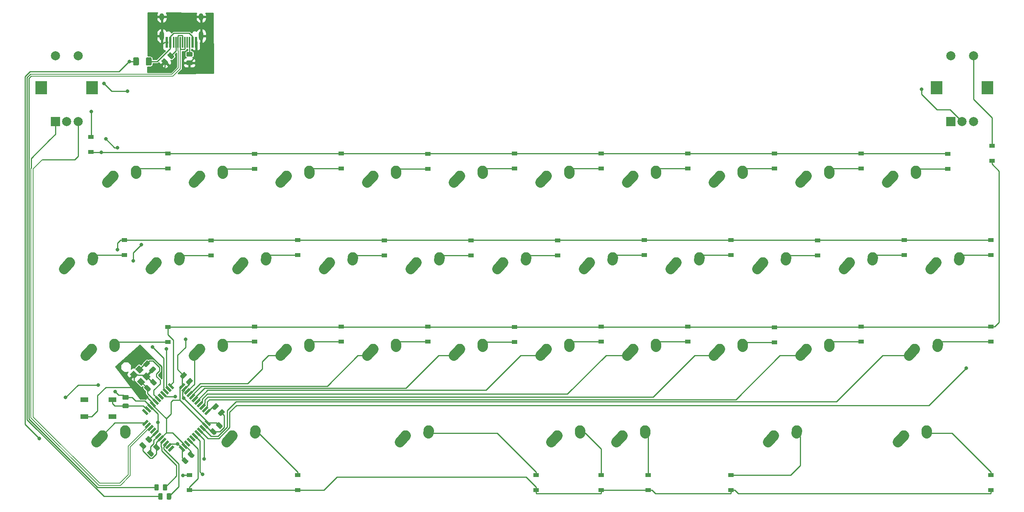
<source format=gbr>
G04 #@! TF.GenerationSoftware,KiCad,Pcbnew,(5.1.5)-3*
G04 #@! TF.CreationDate,2020-09-23T00:09:50-07:00*
G04 #@! TF.ProjectId,keyboard,6b657962-6f61-4726-942e-6b696361645f,rev?*
G04 #@! TF.SameCoordinates,Original*
G04 #@! TF.FileFunction,Copper,L2,Bot*
G04 #@! TF.FilePolarity,Positive*
%FSLAX46Y46*%
G04 Gerber Fmt 4.6, Leading zero omitted, Abs format (unit mm)*
G04 Created by KiCad (PCBNEW (5.1.5)-3) date 2020-09-23 00:09:50*
%MOMM*%
%LPD*%
G04 APERTURE LIST*
%ADD10R,2.000000X2.000000*%
%ADD11C,2.000000*%
%ADD12R,2.500000X3.000000*%
%ADD13R,1.200000X0.900000*%
%ADD14C,0.100000*%
%ADD15C,2.250000*%
%ADD16C,2.250000*%
%ADD17O,1.000000X1.600000*%
%ADD18O,1.000000X2.100000*%
%ADD19R,0.300000X2.450000*%
%ADD20R,0.600000X2.450000*%
%ADD21R,1.800000X1.100000*%
%ADD22C,0.800000*%
%ADD23C,0.250000*%
%ADD24C,0.200000*%
%ADD25C,0.254000*%
G04 APERTURE END LIST*
D10*
X141962500Y16668750D03*
D11*
X144462500Y16668750D03*
X146962500Y16668750D03*
D12*
X138862500Y24168750D03*
X150062500Y24168750D03*
D11*
X141962500Y31168750D03*
X146962500Y31168750D03*
D13*
X347875000Y11350000D03*
X347875000Y8050000D03*
X149800000Y13325000D03*
X149800000Y10025000D03*
D10*
X338812500Y16668750D03*
D11*
X341312500Y16668750D03*
X343812500Y16668750D03*
D12*
X335712500Y24168750D03*
X346912500Y24168750D03*
D11*
X338812500Y31168750D03*
X343812500Y31168750D03*
G04 #@! TA.AperFunction,SMDPad,CuDef*
D14*
G36*
X170298326Y-38417873D02*
G01*
X170321987Y-38421383D01*
X170345191Y-38427195D01*
X170367713Y-38435253D01*
X170389337Y-38445481D01*
X170409854Y-38457778D01*
X170429067Y-38472028D01*
X170446791Y-38488092D01*
X170791506Y-38832807D01*
X170807570Y-38850531D01*
X170821820Y-38869744D01*
X170834117Y-38890261D01*
X170844345Y-38911885D01*
X170852403Y-38934407D01*
X170858215Y-38957611D01*
X170861725Y-38981272D01*
X170862899Y-39005164D01*
X170861725Y-39029056D01*
X170858215Y-39052717D01*
X170852403Y-39075921D01*
X170844345Y-39098443D01*
X170834117Y-39120067D01*
X170821820Y-39140584D01*
X170807570Y-39159797D01*
X170791506Y-39177521D01*
X170146271Y-39822756D01*
X170128547Y-39838820D01*
X170109334Y-39853070D01*
X170088817Y-39865367D01*
X170067193Y-39875595D01*
X170044671Y-39883653D01*
X170021467Y-39889465D01*
X169997806Y-39892975D01*
X169973914Y-39894149D01*
X169950022Y-39892975D01*
X169926361Y-39889465D01*
X169903157Y-39883653D01*
X169880635Y-39875595D01*
X169859011Y-39865367D01*
X169838494Y-39853070D01*
X169819281Y-39838820D01*
X169801557Y-39822756D01*
X169456842Y-39478041D01*
X169440778Y-39460317D01*
X169426528Y-39441104D01*
X169414231Y-39420587D01*
X169404003Y-39398963D01*
X169395945Y-39376441D01*
X169390133Y-39353237D01*
X169386623Y-39329576D01*
X169385449Y-39305684D01*
X169386623Y-39281792D01*
X169390133Y-39258131D01*
X169395945Y-39234927D01*
X169404003Y-39212405D01*
X169414231Y-39190781D01*
X169426528Y-39170264D01*
X169440778Y-39151051D01*
X169456842Y-39133327D01*
X170102077Y-38488092D01*
X170119801Y-38472028D01*
X170139014Y-38457778D01*
X170159531Y-38445481D01*
X170181155Y-38435253D01*
X170203677Y-38427195D01*
X170226881Y-38421383D01*
X170250542Y-38417873D01*
X170274434Y-38416699D01*
X170298326Y-38417873D01*
G37*
G04 #@! TD.AperFunction*
G04 #@! TA.AperFunction,SMDPad,CuDef*
G36*
X171624152Y-39743699D02*
G01*
X171647813Y-39747209D01*
X171671017Y-39753021D01*
X171693539Y-39761079D01*
X171715163Y-39771307D01*
X171735680Y-39783604D01*
X171754893Y-39797854D01*
X171772617Y-39813918D01*
X172117332Y-40158633D01*
X172133396Y-40176357D01*
X172147646Y-40195570D01*
X172159943Y-40216087D01*
X172170171Y-40237711D01*
X172178229Y-40260233D01*
X172184041Y-40283437D01*
X172187551Y-40307098D01*
X172188725Y-40330990D01*
X172187551Y-40354882D01*
X172184041Y-40378543D01*
X172178229Y-40401747D01*
X172170171Y-40424269D01*
X172159943Y-40445893D01*
X172147646Y-40466410D01*
X172133396Y-40485623D01*
X172117332Y-40503347D01*
X171472097Y-41148582D01*
X171454373Y-41164646D01*
X171435160Y-41178896D01*
X171414643Y-41191193D01*
X171393019Y-41201421D01*
X171370497Y-41209479D01*
X171347293Y-41215291D01*
X171323632Y-41218801D01*
X171299740Y-41219975D01*
X171275848Y-41218801D01*
X171252187Y-41215291D01*
X171228983Y-41209479D01*
X171206461Y-41201421D01*
X171184837Y-41191193D01*
X171164320Y-41178896D01*
X171145107Y-41164646D01*
X171127383Y-41148582D01*
X170782668Y-40803867D01*
X170766604Y-40786143D01*
X170752354Y-40766930D01*
X170740057Y-40746413D01*
X170729829Y-40724789D01*
X170721771Y-40702267D01*
X170715959Y-40679063D01*
X170712449Y-40655402D01*
X170711275Y-40631510D01*
X170712449Y-40607618D01*
X170715959Y-40583957D01*
X170721771Y-40560753D01*
X170729829Y-40538231D01*
X170740057Y-40516607D01*
X170752354Y-40496090D01*
X170766604Y-40476877D01*
X170782668Y-40459153D01*
X171427903Y-39813918D01*
X171445627Y-39797854D01*
X171464840Y-39783604D01*
X171485357Y-39771307D01*
X171506981Y-39761079D01*
X171529503Y-39753021D01*
X171552707Y-39747209D01*
X171576368Y-39743699D01*
X171600260Y-39742525D01*
X171624152Y-39743699D01*
G37*
G04 #@! TD.AperFunction*
D15*
X178712500Y-32806250D02*
X178752500Y-32226250D01*
D16*
X178752500Y-32226250D03*
D15*
X172402500Y-34766250D02*
X173712502Y-33306250D01*
D16*
X173712500Y-33306250D03*
D15*
X254912500Y5293750D02*
X254952500Y5873750D01*
D16*
X254952500Y5873750D03*
D15*
X248602500Y3333750D02*
X249912502Y4793750D01*
D16*
X249912500Y4793750D03*
D15*
X197762500Y-32806250D02*
X197802500Y-32226250D01*
D16*
X197802500Y-32226250D03*
D15*
X191452500Y-34766250D02*
X192762502Y-33306250D01*
D16*
X192762500Y-33306250D03*
D15*
X178712500Y5293750D02*
X178752500Y5873750D01*
D16*
X178752500Y5873750D03*
D15*
X172402500Y3333750D02*
X173712502Y4793750D01*
D16*
X173712500Y4793750D03*
D15*
X235862500Y-32806250D02*
X235902500Y-32226250D01*
D16*
X235902500Y-32226250D03*
D15*
X229552500Y-34766250D02*
X230862502Y-33306250D01*
D16*
X230862500Y-33306250D03*
D15*
X273962500Y5293750D02*
X274002500Y5873750D01*
D16*
X274002500Y5873750D03*
D15*
X267652500Y3333750D02*
X268962502Y4793750D01*
D16*
X268962500Y4793750D03*
D15*
X150137500Y-13756250D02*
X150177500Y-13176250D01*
D16*
X150177500Y-13176250D03*
D15*
X143827500Y-15716250D02*
X145137502Y-14256250D01*
D16*
X145137500Y-14256250D03*
D15*
X235862500Y5293750D02*
X235902500Y5873750D01*
D16*
X235902500Y5873750D03*
D15*
X229552500Y3333750D02*
X230862502Y4793750D01*
D16*
X230862500Y4793750D03*
D15*
X185856250Y-51856250D02*
X185896250Y-51276250D01*
D16*
X185896250Y-51276250D03*
D15*
X179546250Y-53816250D02*
X180856252Y-52356250D01*
D16*
X180856250Y-52356250D03*
D15*
X223956250Y-51856250D02*
X223996250Y-51276250D01*
D16*
X223996250Y-51276250D03*
D15*
X217646250Y-53816250D02*
X218956252Y-52356250D01*
D16*
X218956250Y-52356250D03*
D15*
X271581250Y-51856250D02*
X271621250Y-51276250D01*
D16*
X271621250Y-51276250D03*
D15*
X265271250Y-53816250D02*
X266581252Y-52356250D01*
D16*
X266581250Y-52356250D03*
D15*
X304918750Y-51856250D02*
X304958750Y-51276250D01*
D16*
X304958750Y-51276250D03*
D15*
X298608750Y-53816250D02*
X299918752Y-52356250D01*
D16*
X299918750Y-52356250D03*
D15*
X257293750Y-51856250D02*
X257333750Y-51276250D01*
D16*
X257333750Y-51276250D03*
D15*
X250983750Y-53816250D02*
X252293752Y-52356250D01*
D16*
X252293750Y-52356250D03*
D15*
X335875000Y-32806250D02*
X335915000Y-32226250D01*
D16*
X335915000Y-32226250D03*
D15*
X329565000Y-34766250D02*
X330875002Y-33306250D01*
D16*
X330875000Y-33306250D03*
D15*
X154900000Y-32806250D02*
X154940000Y-32226250D01*
D16*
X154940000Y-32226250D03*
D15*
X148590000Y-34766250D02*
X149900002Y-33306250D01*
D16*
X149900000Y-33306250D03*
D15*
X188237500Y-13756250D02*
X188277500Y-13176250D01*
D16*
X188277500Y-13176250D03*
D15*
X181927500Y-15716250D02*
X183237502Y-14256250D01*
D16*
X183237500Y-14256250D03*
D15*
X216812500Y5293750D02*
X216852500Y5873750D01*
D16*
X216852500Y5873750D03*
D15*
X210502500Y3333750D02*
X211812502Y4793750D01*
D16*
X211812500Y4793750D03*
D15*
X159662500Y5293750D02*
X159702500Y5873750D01*
D16*
X159702500Y5873750D03*
D15*
X153352500Y3333750D02*
X154662502Y4793750D01*
D16*
X154662500Y4793750D03*
D15*
X312062500Y-32806250D02*
X312102500Y-32226250D01*
D16*
X312102500Y-32226250D03*
D15*
X305752500Y-34766250D02*
X307062502Y-33306250D01*
D16*
X307062500Y-33306250D03*
D15*
X331112500Y5293750D02*
X331152500Y5873750D01*
D16*
X331152500Y5873750D03*
D15*
X324802500Y3333750D02*
X326112502Y4793750D01*
D16*
X326112500Y4793750D03*
D15*
X312062500Y5293750D02*
X312102500Y5873750D01*
D16*
X312102500Y5873750D03*
D15*
X305752500Y3333750D02*
X307062502Y4793750D01*
D16*
X307062500Y4793750D03*
D15*
X273962500Y-32806250D02*
X274002500Y-32226250D01*
D16*
X274002500Y-32226250D03*
D15*
X267652500Y-34766250D02*
X268962502Y-33306250D01*
D16*
X268962500Y-33306250D03*
D15*
X333493750Y-51856250D02*
X333533750Y-51276250D01*
D16*
X333533750Y-51276250D03*
D15*
X327183750Y-53816250D02*
X328493752Y-52356250D01*
D16*
X328493750Y-52356250D03*
D15*
X293012500Y-32806250D02*
X293052500Y-32226250D01*
D16*
X293052500Y-32226250D03*
D15*
X286702500Y-34766250D02*
X288012502Y-33306250D01*
D16*
X288012500Y-33306250D03*
D15*
X157281250Y-51856250D02*
X157321250Y-51276250D01*
D16*
X157321250Y-51276250D03*
D15*
X150971250Y-53816250D02*
X152281252Y-52356250D01*
D16*
X152281250Y-52356250D03*
D15*
X321587500Y-13756250D02*
X321627500Y-13176250D01*
D16*
X321627500Y-13176250D03*
D15*
X315277500Y-15716250D02*
X316587502Y-14256250D01*
D16*
X316587500Y-14256250D03*
D15*
X302537500Y-13756250D02*
X302577500Y-13176250D01*
D16*
X302577500Y-13176250D03*
D15*
X296227500Y-15716250D02*
X297537502Y-14256250D01*
D16*
X297537500Y-14256250D03*
D15*
X283487500Y-13756250D02*
X283527500Y-13176250D01*
D16*
X283527500Y-13176250D03*
D15*
X277177500Y-15716250D02*
X278487502Y-14256250D01*
D16*
X278487500Y-14256250D03*
D15*
X293012500Y5293750D02*
X293052500Y5873750D01*
D16*
X293052500Y5873750D03*
D15*
X286702500Y3333750D02*
X288012502Y4793750D01*
D16*
X288012500Y4793750D03*
D15*
X264437500Y-13756250D02*
X264477500Y-13176250D01*
D16*
X264477500Y-13176250D03*
D15*
X258127500Y-15716250D02*
X259437502Y-14256250D01*
D16*
X259437500Y-14256250D03*
D15*
X245387500Y-13756250D02*
X245427500Y-13176250D01*
D16*
X245427500Y-13176250D03*
D15*
X239077500Y-15716250D02*
X240387502Y-14256250D01*
D16*
X240387500Y-14256250D03*
D15*
X226337500Y-13756250D02*
X226377500Y-13176250D01*
D16*
X226377500Y-13176250D03*
D15*
X220027500Y-15716250D02*
X221337502Y-14256250D01*
D16*
X221337500Y-14256250D03*
D15*
X197762500Y5293750D02*
X197802500Y5873750D01*
D16*
X197802500Y5873750D03*
D15*
X191452500Y3333750D02*
X192762502Y4793750D01*
D16*
X192762500Y4793750D03*
D15*
X207287500Y-13756250D02*
X207327500Y-13176250D01*
D16*
X207327500Y-13176250D03*
D15*
X200977500Y-15716250D02*
X202287502Y-14256250D01*
D16*
X202287500Y-14256250D03*
D15*
X216812500Y-32806250D02*
X216852500Y-32226250D01*
D16*
X216852500Y-32226250D03*
D15*
X210502500Y-34766250D02*
X211812502Y-33306250D01*
D16*
X211812500Y-33306250D03*
D15*
X254912500Y-32806250D02*
X254952500Y-32226250D01*
D16*
X254952500Y-32226250D03*
D15*
X248602500Y-34766250D02*
X249912502Y-33306250D01*
D16*
X249912500Y-33306250D03*
D15*
X340637500Y-13756250D02*
X340677500Y-13176250D01*
D16*
X340677500Y-13176250D03*
D15*
X334327500Y-15716250D02*
X335637502Y-14256250D01*
D16*
X335637500Y-14256250D03*
D15*
X169187500Y-13756250D02*
X169227500Y-13176250D01*
D16*
X169227500Y-13176250D03*
D15*
X162877500Y-15716250D02*
X164187502Y-14256250D01*
D16*
X164187500Y-14256250D03*
G04 #@! TA.AperFunction,SMDPad,CuDef*
D14*
G36*
X158301903Y-38952512D02*
G01*
X159150431Y-38103984D01*
X160140381Y-39093934D01*
X159291853Y-39942462D01*
X158301903Y-38952512D01*
G37*
G04 #@! TD.AperFunction*
G04 #@! TA.AperFunction,SMDPad,CuDef*
G36*
X159857538Y-40508147D02*
G01*
X160706066Y-39659619D01*
X161696016Y-40649569D01*
X160847488Y-41498097D01*
X159857538Y-40508147D01*
G37*
G04 #@! TD.AperFunction*
G04 #@! TA.AperFunction,SMDPad,CuDef*
G36*
X161059619Y-39306066D02*
G01*
X161908147Y-38457538D01*
X162898097Y-39447488D01*
X162049569Y-40296016D01*
X161059619Y-39306066D01*
G37*
G04 #@! TD.AperFunction*
G04 #@! TA.AperFunction,SMDPad,CuDef*
G36*
X159503984Y-37750431D02*
G01*
X160352512Y-36901903D01*
X161342462Y-37891853D01*
X160493934Y-38740381D01*
X159503984Y-37750431D01*
G37*
G04 #@! TD.AperFunction*
D17*
X174010000Y39745000D03*
X165370000Y39745000D03*
D18*
X174010000Y35565000D03*
X165370000Y35565000D03*
D19*
X169440000Y34150000D03*
X169940000Y34150000D03*
X170440000Y34150000D03*
X168940000Y34150000D03*
X170940000Y34150000D03*
X168440000Y34150000D03*
X171440000Y34150000D03*
X167940000Y34150000D03*
D20*
X167240000Y34150000D03*
X172140000Y34150000D03*
X166465000Y34150000D03*
X172915000Y34150000D03*
G04 #@! TA.AperFunction,SMDPad,CuDef*
D14*
G36*
X167062042Y-55983720D02*
G01*
X166673134Y-55594812D01*
X167733794Y-54534152D01*
X168122702Y-54923060D01*
X167062042Y-55983720D01*
G37*
G04 #@! TD.AperFunction*
G04 #@! TA.AperFunction,SMDPad,CuDef*
G36*
X166496357Y-55418034D02*
G01*
X166107449Y-55029126D01*
X167168109Y-53968466D01*
X167557017Y-54357374D01*
X166496357Y-55418034D01*
G37*
G04 #@! TD.AperFunction*
G04 #@! TA.AperFunction,SMDPad,CuDef*
G36*
X165930672Y-54852349D02*
G01*
X165541764Y-54463441D01*
X166602424Y-53402781D01*
X166991332Y-53791689D01*
X165930672Y-54852349D01*
G37*
G04 #@! TD.AperFunction*
G04 #@! TA.AperFunction,SMDPad,CuDef*
G36*
X165364986Y-54286664D02*
G01*
X164976078Y-53897756D01*
X166036738Y-52837096D01*
X166425646Y-53226004D01*
X165364986Y-54286664D01*
G37*
G04 #@! TD.AperFunction*
G04 #@! TA.AperFunction,SMDPad,CuDef*
G36*
X164799301Y-53720978D02*
G01*
X164410393Y-53332070D01*
X165471053Y-52271410D01*
X165859961Y-52660318D01*
X164799301Y-53720978D01*
G37*
G04 #@! TD.AperFunction*
G04 #@! TA.AperFunction,SMDPad,CuDef*
G36*
X164233615Y-53155293D02*
G01*
X163844707Y-52766385D01*
X164905367Y-51705725D01*
X165294275Y-52094633D01*
X164233615Y-53155293D01*
G37*
G04 #@! TD.AperFunction*
G04 #@! TA.AperFunction,SMDPad,CuDef*
G36*
X163667930Y-52589607D02*
G01*
X163279022Y-52200699D01*
X164339682Y-51140039D01*
X164728590Y-51528947D01*
X163667930Y-52589607D01*
G37*
G04 #@! TD.AperFunction*
G04 #@! TA.AperFunction,SMDPad,CuDef*
G36*
X163102244Y-52023922D02*
G01*
X162713336Y-51635014D01*
X163773996Y-50574354D01*
X164162904Y-50963262D01*
X163102244Y-52023922D01*
G37*
G04 #@! TD.AperFunction*
G04 #@! TA.AperFunction,SMDPad,CuDef*
G36*
X162536559Y-51458236D02*
G01*
X162147651Y-51069328D01*
X163208311Y-50008668D01*
X163597219Y-50397576D01*
X162536559Y-51458236D01*
G37*
G04 #@! TD.AperFunction*
G04 #@! TA.AperFunction,SMDPad,CuDef*
G36*
X161970874Y-50892551D02*
G01*
X161581966Y-50503643D01*
X162642626Y-49442983D01*
X163031534Y-49831891D01*
X161970874Y-50892551D01*
G37*
G04 #@! TD.AperFunction*
G04 #@! TA.AperFunction,SMDPad,CuDef*
G36*
X161405188Y-50326866D02*
G01*
X161016280Y-49937958D01*
X162076940Y-48877298D01*
X162465848Y-49266206D01*
X161405188Y-50326866D01*
G37*
G04 #@! TD.AperFunction*
G04 #@! TA.AperFunction,SMDPad,CuDef*
G36*
X161016280Y-46862042D02*
G01*
X161405188Y-46473134D01*
X162465848Y-47533794D01*
X162076940Y-47922702D01*
X161016280Y-46862042D01*
G37*
G04 #@! TD.AperFunction*
G04 #@! TA.AperFunction,SMDPad,CuDef*
G36*
X161581966Y-46296357D02*
G01*
X161970874Y-45907449D01*
X163031534Y-46968109D01*
X162642626Y-47357017D01*
X161581966Y-46296357D01*
G37*
G04 #@! TD.AperFunction*
G04 #@! TA.AperFunction,SMDPad,CuDef*
G36*
X162147651Y-45730672D02*
G01*
X162536559Y-45341764D01*
X163597219Y-46402424D01*
X163208311Y-46791332D01*
X162147651Y-45730672D01*
G37*
G04 #@! TD.AperFunction*
G04 #@! TA.AperFunction,SMDPad,CuDef*
G36*
X162713336Y-45164986D02*
G01*
X163102244Y-44776078D01*
X164162904Y-45836738D01*
X163773996Y-46225646D01*
X162713336Y-45164986D01*
G37*
G04 #@! TD.AperFunction*
G04 #@! TA.AperFunction,SMDPad,CuDef*
G36*
X163279022Y-44599301D02*
G01*
X163667930Y-44210393D01*
X164728590Y-45271053D01*
X164339682Y-45659961D01*
X163279022Y-44599301D01*
G37*
G04 #@! TD.AperFunction*
G04 #@! TA.AperFunction,SMDPad,CuDef*
G36*
X163844707Y-44033615D02*
G01*
X164233615Y-43644707D01*
X165294275Y-44705367D01*
X164905367Y-45094275D01*
X163844707Y-44033615D01*
G37*
G04 #@! TD.AperFunction*
G04 #@! TA.AperFunction,SMDPad,CuDef*
G36*
X164410393Y-43467930D02*
G01*
X164799301Y-43079022D01*
X165859961Y-44139682D01*
X165471053Y-44528590D01*
X164410393Y-43467930D01*
G37*
G04 #@! TD.AperFunction*
G04 #@! TA.AperFunction,SMDPad,CuDef*
G36*
X164976078Y-42902244D02*
G01*
X165364986Y-42513336D01*
X166425646Y-43573996D01*
X166036738Y-43962904D01*
X164976078Y-42902244D01*
G37*
G04 #@! TD.AperFunction*
G04 #@! TA.AperFunction,SMDPad,CuDef*
G36*
X165541764Y-42336559D02*
G01*
X165930672Y-41947651D01*
X166991332Y-43008311D01*
X166602424Y-43397219D01*
X165541764Y-42336559D01*
G37*
G04 #@! TD.AperFunction*
G04 #@! TA.AperFunction,SMDPad,CuDef*
G36*
X166107449Y-41770874D02*
G01*
X166496357Y-41381966D01*
X167557017Y-42442626D01*
X167168109Y-42831534D01*
X166107449Y-41770874D01*
G37*
G04 #@! TD.AperFunction*
G04 #@! TA.AperFunction,SMDPad,CuDef*
G36*
X166673134Y-41205188D02*
G01*
X167062042Y-40816280D01*
X168122702Y-41876940D01*
X167733794Y-42265848D01*
X166673134Y-41205188D01*
G37*
G04 #@! TD.AperFunction*
G04 #@! TA.AperFunction,SMDPad,CuDef*
G36*
X169466206Y-42265848D02*
G01*
X169077298Y-41876940D01*
X170137958Y-40816280D01*
X170526866Y-41205188D01*
X169466206Y-42265848D01*
G37*
G04 #@! TD.AperFunction*
G04 #@! TA.AperFunction,SMDPad,CuDef*
G36*
X170031891Y-42831534D02*
G01*
X169642983Y-42442626D01*
X170703643Y-41381966D01*
X171092551Y-41770874D01*
X170031891Y-42831534D01*
G37*
G04 #@! TD.AperFunction*
G04 #@! TA.AperFunction,SMDPad,CuDef*
G36*
X170597576Y-43397219D02*
G01*
X170208668Y-43008311D01*
X171269328Y-41947651D01*
X171658236Y-42336559D01*
X170597576Y-43397219D01*
G37*
G04 #@! TD.AperFunction*
G04 #@! TA.AperFunction,SMDPad,CuDef*
G36*
X171163262Y-43962904D02*
G01*
X170774354Y-43573996D01*
X171835014Y-42513336D01*
X172223922Y-42902244D01*
X171163262Y-43962904D01*
G37*
G04 #@! TD.AperFunction*
G04 #@! TA.AperFunction,SMDPad,CuDef*
G36*
X171728947Y-44528590D02*
G01*
X171340039Y-44139682D01*
X172400699Y-43079022D01*
X172789607Y-43467930D01*
X171728947Y-44528590D01*
G37*
G04 #@! TD.AperFunction*
G04 #@! TA.AperFunction,SMDPad,CuDef*
G36*
X172294633Y-45094275D02*
G01*
X171905725Y-44705367D01*
X172966385Y-43644707D01*
X173355293Y-44033615D01*
X172294633Y-45094275D01*
G37*
G04 #@! TD.AperFunction*
G04 #@! TA.AperFunction,SMDPad,CuDef*
G36*
X172860318Y-45659961D02*
G01*
X172471410Y-45271053D01*
X173532070Y-44210393D01*
X173920978Y-44599301D01*
X172860318Y-45659961D01*
G37*
G04 #@! TD.AperFunction*
G04 #@! TA.AperFunction,SMDPad,CuDef*
G36*
X173426004Y-46225646D02*
G01*
X173037096Y-45836738D01*
X174097756Y-44776078D01*
X174486664Y-45164986D01*
X173426004Y-46225646D01*
G37*
G04 #@! TD.AperFunction*
G04 #@! TA.AperFunction,SMDPad,CuDef*
G36*
X173991689Y-46791332D02*
G01*
X173602781Y-46402424D01*
X174663441Y-45341764D01*
X175052349Y-45730672D01*
X173991689Y-46791332D01*
G37*
G04 #@! TD.AperFunction*
G04 #@! TA.AperFunction,SMDPad,CuDef*
G36*
X174557374Y-47357017D02*
G01*
X174168466Y-46968109D01*
X175229126Y-45907449D01*
X175618034Y-46296357D01*
X174557374Y-47357017D01*
G37*
G04 #@! TD.AperFunction*
G04 #@! TA.AperFunction,SMDPad,CuDef*
G36*
X175123060Y-47922702D02*
G01*
X174734152Y-47533794D01*
X175794812Y-46473134D01*
X176183720Y-46862042D01*
X175123060Y-47922702D01*
G37*
G04 #@! TD.AperFunction*
G04 #@! TA.AperFunction,SMDPad,CuDef*
G36*
X174734152Y-49266206D02*
G01*
X175123060Y-48877298D01*
X176183720Y-49937958D01*
X175794812Y-50326866D01*
X174734152Y-49266206D01*
G37*
G04 #@! TD.AperFunction*
G04 #@! TA.AperFunction,SMDPad,CuDef*
G36*
X174168466Y-49831891D02*
G01*
X174557374Y-49442983D01*
X175618034Y-50503643D01*
X175229126Y-50892551D01*
X174168466Y-49831891D01*
G37*
G04 #@! TD.AperFunction*
G04 #@! TA.AperFunction,SMDPad,CuDef*
G36*
X173602781Y-50397576D02*
G01*
X173991689Y-50008668D01*
X175052349Y-51069328D01*
X174663441Y-51458236D01*
X173602781Y-50397576D01*
G37*
G04 #@! TD.AperFunction*
G04 #@! TA.AperFunction,SMDPad,CuDef*
G36*
X173037096Y-50963262D02*
G01*
X173426004Y-50574354D01*
X174486664Y-51635014D01*
X174097756Y-52023922D01*
X173037096Y-50963262D01*
G37*
G04 #@! TD.AperFunction*
G04 #@! TA.AperFunction,SMDPad,CuDef*
G36*
X172471410Y-51528947D02*
G01*
X172860318Y-51140039D01*
X173920978Y-52200699D01*
X173532070Y-52589607D01*
X172471410Y-51528947D01*
G37*
G04 #@! TD.AperFunction*
G04 #@! TA.AperFunction,SMDPad,CuDef*
G36*
X171905725Y-52094633D02*
G01*
X172294633Y-51705725D01*
X173355293Y-52766385D01*
X172966385Y-53155293D01*
X171905725Y-52094633D01*
G37*
G04 #@! TD.AperFunction*
G04 #@! TA.AperFunction,SMDPad,CuDef*
G36*
X171340039Y-52660318D02*
G01*
X171728947Y-52271410D01*
X172789607Y-53332070D01*
X172400699Y-53720978D01*
X171340039Y-52660318D01*
G37*
G04 #@! TD.AperFunction*
G04 #@! TA.AperFunction,SMDPad,CuDef*
G36*
X170774354Y-53226004D02*
G01*
X171163262Y-52837096D01*
X172223922Y-53897756D01*
X171835014Y-54286664D01*
X170774354Y-53226004D01*
G37*
G04 #@! TD.AperFunction*
G04 #@! TA.AperFunction,SMDPad,CuDef*
G36*
X170208668Y-53791689D02*
G01*
X170597576Y-53402781D01*
X171658236Y-54463441D01*
X171269328Y-54852349D01*
X170208668Y-53791689D01*
G37*
G04 #@! TD.AperFunction*
G04 #@! TA.AperFunction,SMDPad,CuDef*
G36*
X169642983Y-54357374D02*
G01*
X170031891Y-53968466D01*
X171092551Y-55029126D01*
X170703643Y-55418034D01*
X169642983Y-54357374D01*
G37*
G04 #@! TD.AperFunction*
G04 #@! TA.AperFunction,SMDPad,CuDef*
G36*
X169077298Y-54923060D02*
G01*
X169466206Y-54534152D01*
X170526866Y-55594812D01*
X170137958Y-55983720D01*
X169077298Y-54923060D01*
G37*
G04 #@! TD.AperFunction*
D21*
X148300000Y-48250000D03*
X154500000Y-44550000D03*
X148300000Y-44550000D03*
X154500000Y-48250000D03*
G04 #@! TA.AperFunction,SMDPad,CuDef*
D14*
G36*
X171920142Y32006326D02*
G01*
X171943803Y32002816D01*
X171967007Y31997004D01*
X171989529Y31988946D01*
X172011153Y31978718D01*
X172031670Y31966421D01*
X172050883Y31952171D01*
X172068607Y31936107D01*
X172084671Y31918383D01*
X172098921Y31899170D01*
X172111218Y31878653D01*
X172121446Y31857029D01*
X172129504Y31834507D01*
X172135316Y31811303D01*
X172138826Y31787642D01*
X172140000Y31763750D01*
X172140000Y31276250D01*
X172138826Y31252358D01*
X172135316Y31228697D01*
X172129504Y31205493D01*
X172121446Y31182971D01*
X172111218Y31161347D01*
X172098921Y31140830D01*
X172084671Y31121617D01*
X172068607Y31103893D01*
X172050883Y31087829D01*
X172031670Y31073579D01*
X172011153Y31061282D01*
X171989529Y31051054D01*
X171967007Y31042996D01*
X171943803Y31037184D01*
X171920142Y31033674D01*
X171896250Y31032500D01*
X170983750Y31032500D01*
X170959858Y31033674D01*
X170936197Y31037184D01*
X170912993Y31042996D01*
X170890471Y31051054D01*
X170868847Y31061282D01*
X170848330Y31073579D01*
X170829117Y31087829D01*
X170811393Y31103893D01*
X170795329Y31121617D01*
X170781079Y31140830D01*
X170768782Y31161347D01*
X170758554Y31182971D01*
X170750496Y31205493D01*
X170744684Y31228697D01*
X170741174Y31252358D01*
X170740000Y31276250D01*
X170740000Y31763750D01*
X170741174Y31787642D01*
X170744684Y31811303D01*
X170750496Y31834507D01*
X170758554Y31857029D01*
X170768782Y31878653D01*
X170781079Y31899170D01*
X170795329Y31918383D01*
X170811393Y31936107D01*
X170829117Y31952171D01*
X170848330Y31966421D01*
X170868847Y31978718D01*
X170890471Y31988946D01*
X170912993Y31997004D01*
X170936197Y32002816D01*
X170959858Y32006326D01*
X170983750Y32007500D01*
X171896250Y32007500D01*
X171920142Y32006326D01*
G37*
G04 #@! TD.AperFunction*
G04 #@! TA.AperFunction,SMDPad,CuDef*
G36*
X171920142Y30131326D02*
G01*
X171943803Y30127816D01*
X171967007Y30122004D01*
X171989529Y30113946D01*
X172011153Y30103718D01*
X172031670Y30091421D01*
X172050883Y30077171D01*
X172068607Y30061107D01*
X172084671Y30043383D01*
X172098921Y30024170D01*
X172111218Y30003653D01*
X172121446Y29982029D01*
X172129504Y29959507D01*
X172135316Y29936303D01*
X172138826Y29912642D01*
X172140000Y29888750D01*
X172140000Y29401250D01*
X172138826Y29377358D01*
X172135316Y29353697D01*
X172129504Y29330493D01*
X172121446Y29307971D01*
X172111218Y29286347D01*
X172098921Y29265830D01*
X172084671Y29246617D01*
X172068607Y29228893D01*
X172050883Y29212829D01*
X172031670Y29198579D01*
X172011153Y29186282D01*
X171989529Y29176054D01*
X171967007Y29167996D01*
X171943803Y29162184D01*
X171920142Y29158674D01*
X171896250Y29157500D01*
X170983750Y29157500D01*
X170959858Y29158674D01*
X170936197Y29162184D01*
X170912993Y29167996D01*
X170890471Y29176054D01*
X170868847Y29186282D01*
X170848330Y29198579D01*
X170829117Y29212829D01*
X170811393Y29228893D01*
X170795329Y29246617D01*
X170781079Y29265830D01*
X170768782Y29286347D01*
X170758554Y29307971D01*
X170750496Y29330493D01*
X170744684Y29353697D01*
X170741174Y29377358D01*
X170740000Y29401250D01*
X170740000Y29888750D01*
X170741174Y29912642D01*
X170744684Y29936303D01*
X170750496Y29959507D01*
X170758554Y29982029D01*
X170768782Y30003653D01*
X170781079Y30024170D01*
X170795329Y30043383D01*
X170811393Y30061107D01*
X170829117Y30077171D01*
X170848330Y30091421D01*
X170868847Y30103718D01*
X170890471Y30113946D01*
X170912993Y30122004D01*
X170936197Y30127816D01*
X170959858Y30131326D01*
X170983750Y30132500D01*
X171896250Y30132500D01*
X171920142Y30131326D01*
G37*
G04 #@! TD.AperFunction*
G04 #@! TA.AperFunction,SMDPad,CuDef*
G36*
X167213632Y31932551D02*
G01*
X167237293Y31929041D01*
X167260497Y31923229D01*
X167283019Y31915171D01*
X167304643Y31904943D01*
X167325160Y31892646D01*
X167344373Y31878396D01*
X167362097Y31862332D01*
X168007332Y31217097D01*
X168023396Y31199373D01*
X168037646Y31180160D01*
X168049943Y31159643D01*
X168060171Y31138019D01*
X168068229Y31115497D01*
X168074041Y31092293D01*
X168077551Y31068632D01*
X168078725Y31044740D01*
X168077551Y31020848D01*
X168074041Y30997187D01*
X168068229Y30973983D01*
X168060171Y30951461D01*
X168049943Y30929837D01*
X168037646Y30909320D01*
X168023396Y30890107D01*
X168007332Y30872383D01*
X167662617Y30527668D01*
X167644893Y30511604D01*
X167625680Y30497354D01*
X167605163Y30485057D01*
X167583539Y30474829D01*
X167561017Y30466771D01*
X167537813Y30460959D01*
X167514152Y30457449D01*
X167490260Y30456275D01*
X167466368Y30457449D01*
X167442707Y30460959D01*
X167419503Y30466771D01*
X167396981Y30474829D01*
X167375357Y30485057D01*
X167354840Y30497354D01*
X167335627Y30511604D01*
X167317903Y30527668D01*
X166672668Y31172903D01*
X166656604Y31190627D01*
X166642354Y31209840D01*
X166630057Y31230357D01*
X166619829Y31251981D01*
X166611771Y31274503D01*
X166605959Y31297707D01*
X166602449Y31321368D01*
X166601275Y31345260D01*
X166602449Y31369152D01*
X166605959Y31392813D01*
X166611771Y31416017D01*
X166619829Y31438539D01*
X166630057Y31460163D01*
X166642354Y31480680D01*
X166656604Y31499893D01*
X166672668Y31517617D01*
X167017383Y31862332D01*
X167035107Y31878396D01*
X167054320Y31892646D01*
X167074837Y31904943D01*
X167096461Y31915171D01*
X167118983Y31923229D01*
X167142187Y31929041D01*
X167165848Y31932551D01*
X167189740Y31933725D01*
X167213632Y31932551D01*
G37*
G04 #@! TD.AperFunction*
G04 #@! TA.AperFunction,SMDPad,CuDef*
G36*
X165887806Y30606725D02*
G01*
X165911467Y30603215D01*
X165934671Y30597403D01*
X165957193Y30589345D01*
X165978817Y30579117D01*
X165999334Y30566820D01*
X166018547Y30552570D01*
X166036271Y30536506D01*
X166681506Y29891271D01*
X166697570Y29873547D01*
X166711820Y29854334D01*
X166724117Y29833817D01*
X166734345Y29812193D01*
X166742403Y29789671D01*
X166748215Y29766467D01*
X166751725Y29742806D01*
X166752899Y29718914D01*
X166751725Y29695022D01*
X166748215Y29671361D01*
X166742403Y29648157D01*
X166734345Y29625635D01*
X166724117Y29604011D01*
X166711820Y29583494D01*
X166697570Y29564281D01*
X166681506Y29546557D01*
X166336791Y29201842D01*
X166319067Y29185778D01*
X166299854Y29171528D01*
X166279337Y29159231D01*
X166257713Y29149003D01*
X166235191Y29140945D01*
X166211987Y29135133D01*
X166188326Y29131623D01*
X166164434Y29130449D01*
X166140542Y29131623D01*
X166116881Y29135133D01*
X166093677Y29140945D01*
X166071155Y29149003D01*
X166049531Y29159231D01*
X166029014Y29171528D01*
X166009801Y29185778D01*
X165992077Y29201842D01*
X165346842Y29847077D01*
X165330778Y29864801D01*
X165316528Y29884014D01*
X165304231Y29904531D01*
X165294003Y29926155D01*
X165285945Y29948677D01*
X165280133Y29971881D01*
X165276623Y29995542D01*
X165275449Y30019434D01*
X165276623Y30043326D01*
X165280133Y30066987D01*
X165285945Y30090191D01*
X165294003Y30112713D01*
X165304231Y30134337D01*
X165316528Y30154854D01*
X165330778Y30174067D01*
X165346842Y30191791D01*
X165691557Y30536506D01*
X165709281Y30552570D01*
X165728494Y30566820D01*
X165749011Y30579117D01*
X165770635Y30589345D01*
X165793157Y30597403D01*
X165816361Y30603215D01*
X165840022Y30606725D01*
X165863914Y30607899D01*
X165887806Y30606725D01*
G37*
G04 #@! TD.AperFunction*
G04 #@! TA.AperFunction,SMDPad,CuDef*
G36*
X177311239Y-45287036D02*
G01*
X177334900Y-45290546D01*
X177358104Y-45296358D01*
X177380626Y-45304416D01*
X177402250Y-45314644D01*
X177422767Y-45326941D01*
X177441980Y-45341191D01*
X177459704Y-45357255D01*
X177804419Y-45701970D01*
X177820483Y-45719694D01*
X177834733Y-45738907D01*
X177847030Y-45759424D01*
X177857258Y-45781048D01*
X177865316Y-45803570D01*
X177871128Y-45826774D01*
X177874638Y-45850435D01*
X177875812Y-45874327D01*
X177874638Y-45898219D01*
X177871128Y-45921880D01*
X177865316Y-45945084D01*
X177857258Y-45967606D01*
X177847030Y-45989230D01*
X177834733Y-46009747D01*
X177820483Y-46028960D01*
X177804419Y-46046684D01*
X177159184Y-46691919D01*
X177141460Y-46707983D01*
X177122247Y-46722233D01*
X177101730Y-46734530D01*
X177080106Y-46744758D01*
X177057584Y-46752816D01*
X177034380Y-46758628D01*
X177010719Y-46762138D01*
X176986827Y-46763312D01*
X176962935Y-46762138D01*
X176939274Y-46758628D01*
X176916070Y-46752816D01*
X176893548Y-46744758D01*
X176871924Y-46734530D01*
X176851407Y-46722233D01*
X176832194Y-46707983D01*
X176814470Y-46691919D01*
X176469755Y-46347204D01*
X176453691Y-46329480D01*
X176439441Y-46310267D01*
X176427144Y-46289750D01*
X176416916Y-46268126D01*
X176408858Y-46245604D01*
X176403046Y-46222400D01*
X176399536Y-46198739D01*
X176398362Y-46174847D01*
X176399536Y-46150955D01*
X176403046Y-46127294D01*
X176408858Y-46104090D01*
X176416916Y-46081568D01*
X176427144Y-46059944D01*
X176439441Y-46039427D01*
X176453691Y-46020214D01*
X176469755Y-46002490D01*
X177114990Y-45357255D01*
X177132714Y-45341191D01*
X177151927Y-45326941D01*
X177172444Y-45314644D01*
X177194068Y-45304416D01*
X177216590Y-45296358D01*
X177239794Y-45290546D01*
X177263455Y-45287036D01*
X177287347Y-45285862D01*
X177311239Y-45287036D01*
G37*
G04 #@! TD.AperFunction*
G04 #@! TA.AperFunction,SMDPad,CuDef*
G36*
X178637065Y-46612862D02*
G01*
X178660726Y-46616372D01*
X178683930Y-46622184D01*
X178706452Y-46630242D01*
X178728076Y-46640470D01*
X178748593Y-46652767D01*
X178767806Y-46667017D01*
X178785530Y-46683081D01*
X179130245Y-47027796D01*
X179146309Y-47045520D01*
X179160559Y-47064733D01*
X179172856Y-47085250D01*
X179183084Y-47106874D01*
X179191142Y-47129396D01*
X179196954Y-47152600D01*
X179200464Y-47176261D01*
X179201638Y-47200153D01*
X179200464Y-47224045D01*
X179196954Y-47247706D01*
X179191142Y-47270910D01*
X179183084Y-47293432D01*
X179172856Y-47315056D01*
X179160559Y-47335573D01*
X179146309Y-47354786D01*
X179130245Y-47372510D01*
X178485010Y-48017745D01*
X178467286Y-48033809D01*
X178448073Y-48048059D01*
X178427556Y-48060356D01*
X178405932Y-48070584D01*
X178383410Y-48078642D01*
X178360206Y-48084454D01*
X178336545Y-48087964D01*
X178312653Y-48089138D01*
X178288761Y-48087964D01*
X178265100Y-48084454D01*
X178241896Y-48078642D01*
X178219374Y-48070584D01*
X178197750Y-48060356D01*
X178177233Y-48048059D01*
X178158020Y-48033809D01*
X178140296Y-48017745D01*
X177795581Y-47673030D01*
X177779517Y-47655306D01*
X177765267Y-47636093D01*
X177752970Y-47615576D01*
X177742742Y-47593952D01*
X177734684Y-47571430D01*
X177728872Y-47548226D01*
X177725362Y-47524565D01*
X177724188Y-47500673D01*
X177725362Y-47476781D01*
X177728872Y-47453120D01*
X177734684Y-47429916D01*
X177742742Y-47407394D01*
X177752970Y-47385770D01*
X177765267Y-47365253D01*
X177779517Y-47346040D01*
X177795581Y-47328316D01*
X178440816Y-46683081D01*
X178458540Y-46667017D01*
X178477753Y-46652767D01*
X178498270Y-46640470D01*
X178519894Y-46630242D01*
X178542416Y-46622184D01*
X178565620Y-46616372D01*
X178589281Y-46612862D01*
X178613173Y-46611688D01*
X178637065Y-46612862D01*
G37*
G04 #@! TD.AperFunction*
G04 #@! TA.AperFunction,SMDPad,CuDef*
G36*
X157880142Y-43513674D02*
G01*
X157903803Y-43517184D01*
X157927007Y-43522996D01*
X157949529Y-43531054D01*
X157971153Y-43541282D01*
X157991670Y-43553579D01*
X158010883Y-43567829D01*
X158028607Y-43583893D01*
X158044671Y-43601617D01*
X158058921Y-43620830D01*
X158071218Y-43641347D01*
X158081446Y-43662971D01*
X158089504Y-43685493D01*
X158095316Y-43708697D01*
X158098826Y-43732358D01*
X158100000Y-43756250D01*
X158100000Y-44243750D01*
X158098826Y-44267642D01*
X158095316Y-44291303D01*
X158089504Y-44314507D01*
X158081446Y-44337029D01*
X158071218Y-44358653D01*
X158058921Y-44379170D01*
X158044671Y-44398383D01*
X158028607Y-44416107D01*
X158010883Y-44432171D01*
X157991670Y-44446421D01*
X157971153Y-44458718D01*
X157949529Y-44468946D01*
X157927007Y-44477004D01*
X157903803Y-44482816D01*
X157880142Y-44486326D01*
X157856250Y-44487500D01*
X156943750Y-44487500D01*
X156919858Y-44486326D01*
X156896197Y-44482816D01*
X156872993Y-44477004D01*
X156850471Y-44468946D01*
X156828847Y-44458718D01*
X156808330Y-44446421D01*
X156789117Y-44432171D01*
X156771393Y-44416107D01*
X156755329Y-44398383D01*
X156741079Y-44379170D01*
X156728782Y-44358653D01*
X156718554Y-44337029D01*
X156710496Y-44314507D01*
X156704684Y-44291303D01*
X156701174Y-44267642D01*
X156700000Y-44243750D01*
X156700000Y-43756250D01*
X156701174Y-43732358D01*
X156704684Y-43708697D01*
X156710496Y-43685493D01*
X156718554Y-43662971D01*
X156728782Y-43641347D01*
X156741079Y-43620830D01*
X156755329Y-43601617D01*
X156771393Y-43583893D01*
X156789117Y-43567829D01*
X156808330Y-43553579D01*
X156828847Y-43541282D01*
X156850471Y-43531054D01*
X156872993Y-43522996D01*
X156896197Y-43517184D01*
X156919858Y-43513674D01*
X156943750Y-43512500D01*
X157856250Y-43512500D01*
X157880142Y-43513674D01*
G37*
G04 #@! TD.AperFunction*
G04 #@! TA.AperFunction,SMDPad,CuDef*
G36*
X157880142Y-45388674D02*
G01*
X157903803Y-45392184D01*
X157927007Y-45397996D01*
X157949529Y-45406054D01*
X157971153Y-45416282D01*
X157991670Y-45428579D01*
X158010883Y-45442829D01*
X158028607Y-45458893D01*
X158044671Y-45476617D01*
X158058921Y-45495830D01*
X158071218Y-45516347D01*
X158081446Y-45537971D01*
X158089504Y-45560493D01*
X158095316Y-45583697D01*
X158098826Y-45607358D01*
X158100000Y-45631250D01*
X158100000Y-46118750D01*
X158098826Y-46142642D01*
X158095316Y-46166303D01*
X158089504Y-46189507D01*
X158081446Y-46212029D01*
X158071218Y-46233653D01*
X158058921Y-46254170D01*
X158044671Y-46273383D01*
X158028607Y-46291107D01*
X158010883Y-46307171D01*
X157991670Y-46321421D01*
X157971153Y-46333718D01*
X157949529Y-46343946D01*
X157927007Y-46352004D01*
X157903803Y-46357816D01*
X157880142Y-46361326D01*
X157856250Y-46362500D01*
X156943750Y-46362500D01*
X156919858Y-46361326D01*
X156896197Y-46357816D01*
X156872993Y-46352004D01*
X156850471Y-46343946D01*
X156828847Y-46333718D01*
X156808330Y-46321421D01*
X156789117Y-46307171D01*
X156771393Y-46291107D01*
X156755329Y-46273383D01*
X156741079Y-46254170D01*
X156728782Y-46233653D01*
X156718554Y-46212029D01*
X156710496Y-46189507D01*
X156704684Y-46166303D01*
X156701174Y-46142642D01*
X156700000Y-46118750D01*
X156700000Y-45631250D01*
X156701174Y-45607358D01*
X156704684Y-45583697D01*
X156710496Y-45560493D01*
X156718554Y-45537971D01*
X156728782Y-45516347D01*
X156741079Y-45495830D01*
X156755329Y-45476617D01*
X156771393Y-45458893D01*
X156789117Y-45442829D01*
X156808330Y-45428579D01*
X156828847Y-45416282D01*
X156850471Y-45406054D01*
X156872993Y-45397996D01*
X156896197Y-45392184D01*
X156919858Y-45388674D01*
X156943750Y-45387500D01*
X157856250Y-45387500D01*
X157880142Y-45388674D01*
G37*
G04 #@! TD.AperFunction*
G04 #@! TA.AperFunction,SMDPad,CuDef*
G36*
X164467642Y-63101174D02*
G01*
X164491303Y-63104684D01*
X164514507Y-63110496D01*
X164537029Y-63118554D01*
X164558653Y-63128782D01*
X164579170Y-63141079D01*
X164598383Y-63155329D01*
X164616107Y-63171393D01*
X164632171Y-63189117D01*
X164646421Y-63208330D01*
X164658718Y-63228847D01*
X164668946Y-63250471D01*
X164677004Y-63272993D01*
X164682816Y-63296197D01*
X164686326Y-63319858D01*
X164687500Y-63343750D01*
X164687500Y-64256250D01*
X164686326Y-64280142D01*
X164682816Y-64303803D01*
X164677004Y-64327007D01*
X164668946Y-64349529D01*
X164658718Y-64371153D01*
X164646421Y-64391670D01*
X164632171Y-64410883D01*
X164616107Y-64428607D01*
X164598383Y-64444671D01*
X164579170Y-64458921D01*
X164558653Y-64471218D01*
X164537029Y-64481446D01*
X164514507Y-64489504D01*
X164491303Y-64495316D01*
X164467642Y-64498826D01*
X164443750Y-64500000D01*
X163956250Y-64500000D01*
X163932358Y-64498826D01*
X163908697Y-64495316D01*
X163885493Y-64489504D01*
X163862971Y-64481446D01*
X163841347Y-64471218D01*
X163820830Y-64458921D01*
X163801617Y-64444671D01*
X163783893Y-64428607D01*
X163767829Y-64410883D01*
X163753579Y-64391670D01*
X163741282Y-64371153D01*
X163731054Y-64349529D01*
X163722996Y-64327007D01*
X163717184Y-64303803D01*
X163713674Y-64280142D01*
X163712500Y-64256250D01*
X163712500Y-63343750D01*
X163713674Y-63319858D01*
X163717184Y-63296197D01*
X163722996Y-63272993D01*
X163731054Y-63250471D01*
X163741282Y-63228847D01*
X163753579Y-63208330D01*
X163767829Y-63189117D01*
X163783893Y-63171393D01*
X163801617Y-63155329D01*
X163820830Y-63141079D01*
X163841347Y-63128782D01*
X163862971Y-63118554D01*
X163885493Y-63110496D01*
X163908697Y-63104684D01*
X163932358Y-63101174D01*
X163956250Y-63100000D01*
X164443750Y-63100000D01*
X164467642Y-63101174D01*
G37*
G04 #@! TD.AperFunction*
G04 #@! TA.AperFunction,SMDPad,CuDef*
G36*
X166342642Y-63101174D02*
G01*
X166366303Y-63104684D01*
X166389507Y-63110496D01*
X166412029Y-63118554D01*
X166433653Y-63128782D01*
X166454170Y-63141079D01*
X166473383Y-63155329D01*
X166491107Y-63171393D01*
X166507171Y-63189117D01*
X166521421Y-63208330D01*
X166533718Y-63228847D01*
X166543946Y-63250471D01*
X166552004Y-63272993D01*
X166557816Y-63296197D01*
X166561326Y-63319858D01*
X166562500Y-63343750D01*
X166562500Y-64256250D01*
X166561326Y-64280142D01*
X166557816Y-64303803D01*
X166552004Y-64327007D01*
X166543946Y-64349529D01*
X166533718Y-64371153D01*
X166521421Y-64391670D01*
X166507171Y-64410883D01*
X166491107Y-64428607D01*
X166473383Y-64444671D01*
X166454170Y-64458921D01*
X166433653Y-64471218D01*
X166412029Y-64481446D01*
X166389507Y-64489504D01*
X166366303Y-64495316D01*
X166342642Y-64498826D01*
X166318750Y-64500000D01*
X165831250Y-64500000D01*
X165807358Y-64498826D01*
X165783697Y-64495316D01*
X165760493Y-64489504D01*
X165737971Y-64481446D01*
X165716347Y-64471218D01*
X165695830Y-64458921D01*
X165676617Y-64444671D01*
X165658893Y-64428607D01*
X165642829Y-64410883D01*
X165628579Y-64391670D01*
X165616282Y-64371153D01*
X165606054Y-64349529D01*
X165597996Y-64327007D01*
X165592184Y-64303803D01*
X165588674Y-64280142D01*
X165587500Y-64256250D01*
X165587500Y-63343750D01*
X165588674Y-63319858D01*
X165592184Y-63296197D01*
X165597996Y-63272993D01*
X165606054Y-63250471D01*
X165616282Y-63228847D01*
X165628579Y-63208330D01*
X165642829Y-63189117D01*
X165658893Y-63171393D01*
X165676617Y-63155329D01*
X165695830Y-63141079D01*
X165716347Y-63128782D01*
X165737971Y-63118554D01*
X165760493Y-63110496D01*
X165783697Y-63104684D01*
X165807358Y-63101174D01*
X165831250Y-63100000D01*
X166318750Y-63100000D01*
X166342642Y-63101174D01*
G37*
G04 #@! TD.AperFunction*
G04 #@! TA.AperFunction,SMDPad,CuDef*
G36*
X165330142Y-65101174D02*
G01*
X165353803Y-65104684D01*
X165377007Y-65110496D01*
X165399529Y-65118554D01*
X165421153Y-65128782D01*
X165441670Y-65141079D01*
X165460883Y-65155329D01*
X165478607Y-65171393D01*
X165494671Y-65189117D01*
X165508921Y-65208330D01*
X165521218Y-65228847D01*
X165531446Y-65250471D01*
X165539504Y-65272993D01*
X165545316Y-65296197D01*
X165548826Y-65319858D01*
X165550000Y-65343750D01*
X165550000Y-66256250D01*
X165548826Y-66280142D01*
X165545316Y-66303803D01*
X165539504Y-66327007D01*
X165531446Y-66349529D01*
X165521218Y-66371153D01*
X165508921Y-66391670D01*
X165494671Y-66410883D01*
X165478607Y-66428607D01*
X165460883Y-66444671D01*
X165441670Y-66458921D01*
X165421153Y-66471218D01*
X165399529Y-66481446D01*
X165377007Y-66489504D01*
X165353803Y-66495316D01*
X165330142Y-66498826D01*
X165306250Y-66500000D01*
X164818750Y-66500000D01*
X164794858Y-66498826D01*
X164771197Y-66495316D01*
X164747993Y-66489504D01*
X164725471Y-66481446D01*
X164703847Y-66471218D01*
X164683330Y-66458921D01*
X164664117Y-66444671D01*
X164646393Y-66428607D01*
X164630329Y-66410883D01*
X164616079Y-66391670D01*
X164603782Y-66371153D01*
X164593554Y-66349529D01*
X164585496Y-66327007D01*
X164579684Y-66303803D01*
X164576174Y-66280142D01*
X164575000Y-66256250D01*
X164575000Y-65343750D01*
X164576174Y-65319858D01*
X164579684Y-65296197D01*
X164585496Y-65272993D01*
X164593554Y-65250471D01*
X164603782Y-65228847D01*
X164616079Y-65208330D01*
X164630329Y-65189117D01*
X164646393Y-65171393D01*
X164664117Y-65155329D01*
X164683330Y-65141079D01*
X164703847Y-65128782D01*
X164725471Y-65118554D01*
X164747993Y-65110496D01*
X164771197Y-65104684D01*
X164794858Y-65101174D01*
X164818750Y-65100000D01*
X165306250Y-65100000D01*
X165330142Y-65101174D01*
G37*
G04 #@! TD.AperFunction*
G04 #@! TA.AperFunction,SMDPad,CuDef*
G36*
X167205142Y-65101174D02*
G01*
X167228803Y-65104684D01*
X167252007Y-65110496D01*
X167274529Y-65118554D01*
X167296153Y-65128782D01*
X167316670Y-65141079D01*
X167335883Y-65155329D01*
X167353607Y-65171393D01*
X167369671Y-65189117D01*
X167383921Y-65208330D01*
X167396218Y-65228847D01*
X167406446Y-65250471D01*
X167414504Y-65272993D01*
X167420316Y-65296197D01*
X167423826Y-65319858D01*
X167425000Y-65343750D01*
X167425000Y-66256250D01*
X167423826Y-66280142D01*
X167420316Y-66303803D01*
X167414504Y-66327007D01*
X167406446Y-66349529D01*
X167396218Y-66371153D01*
X167383921Y-66391670D01*
X167369671Y-66410883D01*
X167353607Y-66428607D01*
X167335883Y-66444671D01*
X167316670Y-66458921D01*
X167296153Y-66471218D01*
X167274529Y-66481446D01*
X167252007Y-66489504D01*
X167228803Y-66495316D01*
X167205142Y-66498826D01*
X167181250Y-66500000D01*
X166693750Y-66500000D01*
X166669858Y-66498826D01*
X166646197Y-66495316D01*
X166622993Y-66489504D01*
X166600471Y-66481446D01*
X166578847Y-66471218D01*
X166558330Y-66458921D01*
X166539117Y-66444671D01*
X166521393Y-66428607D01*
X166505329Y-66410883D01*
X166491079Y-66391670D01*
X166478782Y-66371153D01*
X166468554Y-66349529D01*
X166460496Y-66327007D01*
X166454684Y-66303803D01*
X166451174Y-66280142D01*
X166450000Y-66256250D01*
X166450000Y-65343750D01*
X166451174Y-65319858D01*
X166454684Y-65296197D01*
X166460496Y-65272993D01*
X166468554Y-65250471D01*
X166478782Y-65228847D01*
X166491079Y-65208330D01*
X166505329Y-65189117D01*
X166521393Y-65171393D01*
X166539117Y-65155329D01*
X166558330Y-65141079D01*
X166578847Y-65128782D01*
X166600471Y-65118554D01*
X166622993Y-65110496D01*
X166646197Y-65104684D01*
X166669858Y-65101174D01*
X166693750Y-65100000D01*
X167181250Y-65100000D01*
X167205142Y-65101174D01*
G37*
G04 #@! TD.AperFunction*
G04 #@! TA.AperFunction,SMDPad,CuDef*
G36*
X162889504Y30818796D02*
G01*
X162913773Y30815196D01*
X162937571Y30809235D01*
X162960671Y30800970D01*
X162982849Y30790480D01*
X163003893Y30777867D01*
X163023598Y30763253D01*
X163041777Y30746777D01*
X163058253Y30728598D01*
X163072867Y30708893D01*
X163085480Y30687849D01*
X163095970Y30665671D01*
X163104235Y30642571D01*
X163110196Y30618773D01*
X163113796Y30594504D01*
X163115000Y30570000D01*
X163115000Y29320000D01*
X163113796Y29295496D01*
X163110196Y29271227D01*
X163104235Y29247429D01*
X163095970Y29224329D01*
X163085480Y29202151D01*
X163072867Y29181107D01*
X163058253Y29161402D01*
X163041777Y29143223D01*
X163023598Y29126747D01*
X163003893Y29112133D01*
X162982849Y29099520D01*
X162960671Y29089030D01*
X162937571Y29080765D01*
X162913773Y29074804D01*
X162889504Y29071204D01*
X162865000Y29070000D01*
X162115000Y29070000D01*
X162090496Y29071204D01*
X162066227Y29074804D01*
X162042429Y29080765D01*
X162019329Y29089030D01*
X161997151Y29099520D01*
X161976107Y29112133D01*
X161956402Y29126747D01*
X161938223Y29143223D01*
X161921747Y29161402D01*
X161907133Y29181107D01*
X161894520Y29202151D01*
X161884030Y29224329D01*
X161875765Y29247429D01*
X161869804Y29271227D01*
X161866204Y29295496D01*
X161865000Y29320000D01*
X161865000Y30570000D01*
X161866204Y30594504D01*
X161869804Y30618773D01*
X161875765Y30642571D01*
X161884030Y30665671D01*
X161894520Y30687849D01*
X161907133Y30708893D01*
X161921747Y30728598D01*
X161938223Y30746777D01*
X161956402Y30763253D01*
X161976107Y30777867D01*
X161997151Y30790480D01*
X162019329Y30800970D01*
X162042429Y30809235D01*
X162066227Y30815196D01*
X162090496Y30818796D01*
X162115000Y30820000D01*
X162865000Y30820000D01*
X162889504Y30818796D01*
G37*
G04 #@! TD.AperFunction*
G04 #@! TA.AperFunction,SMDPad,CuDef*
G36*
X160089504Y30818796D02*
G01*
X160113773Y30815196D01*
X160137571Y30809235D01*
X160160671Y30800970D01*
X160182849Y30790480D01*
X160203893Y30777867D01*
X160223598Y30763253D01*
X160241777Y30746777D01*
X160258253Y30728598D01*
X160272867Y30708893D01*
X160285480Y30687849D01*
X160295970Y30665671D01*
X160304235Y30642571D01*
X160310196Y30618773D01*
X160313796Y30594504D01*
X160315000Y30570000D01*
X160315000Y29320000D01*
X160313796Y29295496D01*
X160310196Y29271227D01*
X160304235Y29247429D01*
X160295970Y29224329D01*
X160285480Y29202151D01*
X160272867Y29181107D01*
X160258253Y29161402D01*
X160241777Y29143223D01*
X160223598Y29126747D01*
X160203893Y29112133D01*
X160182849Y29099520D01*
X160160671Y29089030D01*
X160137571Y29080765D01*
X160113773Y29074804D01*
X160089504Y29071204D01*
X160065000Y29070000D01*
X159315000Y29070000D01*
X159290496Y29071204D01*
X159266227Y29074804D01*
X159242429Y29080765D01*
X159219329Y29089030D01*
X159197151Y29099520D01*
X159176107Y29112133D01*
X159156402Y29126747D01*
X159138223Y29143223D01*
X159121747Y29161402D01*
X159107133Y29181107D01*
X159094520Y29202151D01*
X159084030Y29224329D01*
X159075765Y29247429D01*
X159069804Y29271227D01*
X159066204Y29295496D01*
X159065000Y29320000D01*
X159065000Y30570000D01*
X159066204Y30594504D01*
X159069804Y30618773D01*
X159075765Y30642571D01*
X159084030Y30665671D01*
X159094520Y30687849D01*
X159107133Y30708893D01*
X159121747Y30728598D01*
X159138223Y30746777D01*
X159156402Y30763253D01*
X159176107Y30777867D01*
X159197151Y30790480D01*
X159219329Y30800970D01*
X159242429Y30809235D01*
X159266227Y30815196D01*
X159290496Y30818796D01*
X159315000Y30820000D01*
X160065000Y30820000D01*
X160089504Y30818796D01*
G37*
G04 #@! TD.AperFunction*
D13*
X347662500Y-61118750D03*
X347662500Y-64418750D03*
X290512500Y-61118750D03*
X290512500Y-64418750D03*
X272256250Y-61118750D03*
X272256250Y-64418750D03*
X261937500Y-61118750D03*
X261937500Y-64418750D03*
X247650000Y-61118750D03*
X247650000Y-64418750D03*
X195262500Y-61118750D03*
X195262500Y-64418750D03*
X171450000Y-61118750D03*
X171450000Y-64418750D03*
X347662500Y-31750000D03*
X347662500Y-28450000D03*
X319087500Y-31750000D03*
X319087500Y-28450000D03*
X300037500Y-31875000D03*
X300037500Y-28575000D03*
X280987500Y-31750000D03*
X280987500Y-28450000D03*
X261937500Y-31750000D03*
X261937500Y-28450000D03*
X242887500Y-31812500D03*
X242887500Y-28512500D03*
X223837500Y-31750000D03*
X223837500Y-28450000D03*
X204787500Y-31750000D03*
X204787500Y-28450000D03*
X185737500Y-31750000D03*
X185737500Y-28450000D03*
X166687500Y-31812500D03*
X166687500Y-28512500D03*
X347662500Y-12700000D03*
X347662500Y-9400000D03*
X328612500Y-12700000D03*
X328612500Y-9400000D03*
X309562500Y-12762500D03*
X309562500Y-9462500D03*
X290512500Y-12700000D03*
X290512500Y-9400000D03*
X271462500Y-12700000D03*
X271462500Y-9400000D03*
X252412500Y-12762500D03*
X252412500Y-9462500D03*
X233362500Y-12762500D03*
X233362500Y-9462500D03*
X214312500Y-12762500D03*
X214312500Y-9462500D03*
X195262500Y-12700000D03*
X195262500Y-9400000D03*
X176212500Y-12762500D03*
X176212500Y-9462500D03*
X157162500Y-12700000D03*
X157162500Y-9400000D03*
X338137500Y6287500D03*
X338137500Y9587500D03*
X319087500Y6350000D03*
X319087500Y9650000D03*
X300037500Y6350000D03*
X300037500Y9650000D03*
X280987500Y6350000D03*
X280987500Y9650000D03*
X261937500Y6350000D03*
X261937500Y9650000D03*
X242887500Y6350000D03*
X242887500Y9650000D03*
X223837500Y6287500D03*
X223837500Y9587500D03*
X204787500Y6350000D03*
X204787500Y9650000D03*
X185737500Y6287500D03*
X185737500Y9587500D03*
X166687500Y6350000D03*
X166687500Y9650000D03*
G04 #@! TA.AperFunction,SMDPad,CuDef*
D14*
G36*
X164073632Y-54262449D02*
G01*
X164097293Y-54265959D01*
X164120497Y-54271771D01*
X164143019Y-54279829D01*
X164164643Y-54290057D01*
X164185160Y-54302354D01*
X164204373Y-54316604D01*
X164222097Y-54332668D01*
X164867332Y-54977903D01*
X164883396Y-54995627D01*
X164897646Y-55014840D01*
X164909943Y-55035357D01*
X164920171Y-55056981D01*
X164928229Y-55079503D01*
X164934041Y-55102707D01*
X164937551Y-55126368D01*
X164938725Y-55150260D01*
X164937551Y-55174152D01*
X164934041Y-55197813D01*
X164928229Y-55221017D01*
X164920171Y-55243539D01*
X164909943Y-55265163D01*
X164897646Y-55285680D01*
X164883396Y-55304893D01*
X164867332Y-55322617D01*
X164522617Y-55667332D01*
X164504893Y-55683396D01*
X164485680Y-55697646D01*
X164465163Y-55709943D01*
X164443539Y-55720171D01*
X164421017Y-55728229D01*
X164397813Y-55734041D01*
X164374152Y-55737551D01*
X164350260Y-55738725D01*
X164326368Y-55737551D01*
X164302707Y-55734041D01*
X164279503Y-55728229D01*
X164256981Y-55720171D01*
X164235357Y-55709943D01*
X164214840Y-55697646D01*
X164195627Y-55683396D01*
X164177903Y-55667332D01*
X163532668Y-55022097D01*
X163516604Y-55004373D01*
X163502354Y-54985160D01*
X163490057Y-54964643D01*
X163479829Y-54943019D01*
X163471771Y-54920497D01*
X163465959Y-54897293D01*
X163462449Y-54873632D01*
X163461275Y-54849740D01*
X163462449Y-54825848D01*
X163465959Y-54802187D01*
X163471771Y-54778983D01*
X163479829Y-54756461D01*
X163490057Y-54734837D01*
X163502354Y-54714320D01*
X163516604Y-54695107D01*
X163532668Y-54677383D01*
X163877383Y-54332668D01*
X163895107Y-54316604D01*
X163914320Y-54302354D01*
X163934837Y-54290057D01*
X163956461Y-54279829D01*
X163978983Y-54271771D01*
X164002187Y-54265959D01*
X164025848Y-54262449D01*
X164049740Y-54261275D01*
X164073632Y-54262449D01*
G37*
G04 #@! TD.AperFunction*
G04 #@! TA.AperFunction,SMDPad,CuDef*
G36*
X162747806Y-55588275D02*
G01*
X162771467Y-55591785D01*
X162794671Y-55597597D01*
X162817193Y-55605655D01*
X162838817Y-55615883D01*
X162859334Y-55628180D01*
X162878547Y-55642430D01*
X162896271Y-55658494D01*
X163541506Y-56303729D01*
X163557570Y-56321453D01*
X163571820Y-56340666D01*
X163584117Y-56361183D01*
X163594345Y-56382807D01*
X163602403Y-56405329D01*
X163608215Y-56428533D01*
X163611725Y-56452194D01*
X163612899Y-56476086D01*
X163611725Y-56499978D01*
X163608215Y-56523639D01*
X163602403Y-56546843D01*
X163594345Y-56569365D01*
X163584117Y-56590989D01*
X163571820Y-56611506D01*
X163557570Y-56630719D01*
X163541506Y-56648443D01*
X163196791Y-56993158D01*
X163179067Y-57009222D01*
X163159854Y-57023472D01*
X163139337Y-57035769D01*
X163117713Y-57045997D01*
X163095191Y-57054055D01*
X163071987Y-57059867D01*
X163048326Y-57063377D01*
X163024434Y-57064551D01*
X163000542Y-57063377D01*
X162976881Y-57059867D01*
X162953677Y-57054055D01*
X162931155Y-57045997D01*
X162909531Y-57035769D01*
X162889014Y-57023472D01*
X162869801Y-57009222D01*
X162852077Y-56993158D01*
X162206842Y-56347923D01*
X162190778Y-56330199D01*
X162176528Y-56310986D01*
X162164231Y-56290469D01*
X162154003Y-56268845D01*
X162145945Y-56246323D01*
X162140133Y-56223119D01*
X162136623Y-56199458D01*
X162135449Y-56175566D01*
X162136623Y-56151674D01*
X162140133Y-56128013D01*
X162145945Y-56104809D01*
X162154003Y-56082287D01*
X162164231Y-56060663D01*
X162176528Y-56040146D01*
X162190778Y-56020933D01*
X162206842Y-56003209D01*
X162551557Y-55658494D01*
X162569281Y-55642430D01*
X162588494Y-55628180D01*
X162609011Y-55615883D01*
X162630635Y-55605655D01*
X162653157Y-55597597D01*
X162676361Y-55591785D01*
X162700022Y-55588275D01*
X162723914Y-55587101D01*
X162747806Y-55588275D01*
G37*
G04 #@! TD.AperFunction*
G04 #@! TA.AperFunction,SMDPad,CuDef*
G36*
X162073632Y-41262449D02*
G01*
X162097293Y-41265959D01*
X162120497Y-41271771D01*
X162143019Y-41279829D01*
X162164643Y-41290057D01*
X162185160Y-41302354D01*
X162204373Y-41316604D01*
X162222097Y-41332668D01*
X162867332Y-41977903D01*
X162883396Y-41995627D01*
X162897646Y-42014840D01*
X162909943Y-42035357D01*
X162920171Y-42056981D01*
X162928229Y-42079503D01*
X162934041Y-42102707D01*
X162937551Y-42126368D01*
X162938725Y-42150260D01*
X162937551Y-42174152D01*
X162934041Y-42197813D01*
X162928229Y-42221017D01*
X162920171Y-42243539D01*
X162909943Y-42265163D01*
X162897646Y-42285680D01*
X162883396Y-42304893D01*
X162867332Y-42322617D01*
X162522617Y-42667332D01*
X162504893Y-42683396D01*
X162485680Y-42697646D01*
X162465163Y-42709943D01*
X162443539Y-42720171D01*
X162421017Y-42728229D01*
X162397813Y-42734041D01*
X162374152Y-42737551D01*
X162350260Y-42738725D01*
X162326368Y-42737551D01*
X162302707Y-42734041D01*
X162279503Y-42728229D01*
X162256981Y-42720171D01*
X162235357Y-42709943D01*
X162214840Y-42697646D01*
X162195627Y-42683396D01*
X162177903Y-42667332D01*
X161532668Y-42022097D01*
X161516604Y-42004373D01*
X161502354Y-41985160D01*
X161490057Y-41964643D01*
X161479829Y-41943019D01*
X161471771Y-41920497D01*
X161465959Y-41897293D01*
X161462449Y-41873632D01*
X161461275Y-41849740D01*
X161462449Y-41825848D01*
X161465959Y-41802187D01*
X161471771Y-41778983D01*
X161479829Y-41756461D01*
X161490057Y-41734837D01*
X161502354Y-41714320D01*
X161516604Y-41695107D01*
X161532668Y-41677383D01*
X161877383Y-41332668D01*
X161895107Y-41316604D01*
X161914320Y-41302354D01*
X161934837Y-41290057D01*
X161956461Y-41279829D01*
X161978983Y-41271771D01*
X162002187Y-41265959D01*
X162025848Y-41262449D01*
X162049740Y-41261275D01*
X162073632Y-41262449D01*
G37*
G04 #@! TD.AperFunction*
G04 #@! TA.AperFunction,SMDPad,CuDef*
G36*
X163399458Y-39936623D02*
G01*
X163423119Y-39940133D01*
X163446323Y-39945945D01*
X163468845Y-39954003D01*
X163490469Y-39964231D01*
X163510986Y-39976528D01*
X163530199Y-39990778D01*
X163547923Y-40006842D01*
X164193158Y-40652077D01*
X164209222Y-40669801D01*
X164223472Y-40689014D01*
X164235769Y-40709531D01*
X164245997Y-40731155D01*
X164254055Y-40753677D01*
X164259867Y-40776881D01*
X164263377Y-40800542D01*
X164264551Y-40824434D01*
X164263377Y-40848326D01*
X164259867Y-40871987D01*
X164254055Y-40895191D01*
X164245997Y-40917713D01*
X164235769Y-40939337D01*
X164223472Y-40959854D01*
X164209222Y-40979067D01*
X164193158Y-40996791D01*
X163848443Y-41341506D01*
X163830719Y-41357570D01*
X163811506Y-41371820D01*
X163790989Y-41384117D01*
X163769365Y-41394345D01*
X163746843Y-41402403D01*
X163723639Y-41408215D01*
X163699978Y-41411725D01*
X163676086Y-41412899D01*
X163652194Y-41411725D01*
X163628533Y-41408215D01*
X163605329Y-41402403D01*
X163582807Y-41394345D01*
X163561183Y-41384117D01*
X163540666Y-41371820D01*
X163521453Y-41357570D01*
X163503729Y-41341506D01*
X162858494Y-40696271D01*
X162842430Y-40678547D01*
X162828180Y-40659334D01*
X162815883Y-40638817D01*
X162805655Y-40617193D01*
X162797597Y-40594671D01*
X162791785Y-40571467D01*
X162788275Y-40547806D01*
X162787101Y-40523914D01*
X162788275Y-40500022D01*
X162791785Y-40476361D01*
X162797597Y-40453157D01*
X162805655Y-40430635D01*
X162815883Y-40409011D01*
X162828180Y-40388494D01*
X162842430Y-40369281D01*
X162858494Y-40351557D01*
X163203209Y-40006842D01*
X163220933Y-39990778D01*
X163240146Y-39976528D01*
X163260663Y-39964231D01*
X163282287Y-39954003D01*
X163304809Y-39945945D01*
X163328013Y-39940133D01*
X163351674Y-39936623D01*
X163375566Y-39935449D01*
X163399458Y-39936623D01*
G37*
G04 #@! TD.AperFunction*
G04 #@! TA.AperFunction,SMDPad,CuDef*
G36*
X162174152Y-35862449D02*
G01*
X162197813Y-35865959D01*
X162221017Y-35871771D01*
X162243539Y-35879829D01*
X162265163Y-35890057D01*
X162285680Y-35902354D01*
X162304893Y-35916604D01*
X162322617Y-35932668D01*
X162667332Y-36277383D01*
X162683396Y-36295107D01*
X162697646Y-36314320D01*
X162709943Y-36334837D01*
X162720171Y-36356461D01*
X162728229Y-36378983D01*
X162734041Y-36402187D01*
X162737551Y-36425848D01*
X162738725Y-36449740D01*
X162737551Y-36473632D01*
X162734041Y-36497293D01*
X162728229Y-36520497D01*
X162720171Y-36543019D01*
X162709943Y-36564643D01*
X162697646Y-36585160D01*
X162683396Y-36604373D01*
X162667332Y-36622097D01*
X162022097Y-37267332D01*
X162004373Y-37283396D01*
X161985160Y-37297646D01*
X161964643Y-37309943D01*
X161943019Y-37320171D01*
X161920497Y-37328229D01*
X161897293Y-37334041D01*
X161873632Y-37337551D01*
X161849740Y-37338725D01*
X161825848Y-37337551D01*
X161802187Y-37334041D01*
X161778983Y-37328229D01*
X161756461Y-37320171D01*
X161734837Y-37309943D01*
X161714320Y-37297646D01*
X161695107Y-37283396D01*
X161677383Y-37267332D01*
X161332668Y-36922617D01*
X161316604Y-36904893D01*
X161302354Y-36885680D01*
X161290057Y-36865163D01*
X161279829Y-36843539D01*
X161271771Y-36821017D01*
X161265959Y-36797813D01*
X161262449Y-36774152D01*
X161261275Y-36750260D01*
X161262449Y-36726368D01*
X161265959Y-36702707D01*
X161271771Y-36679503D01*
X161279829Y-36656981D01*
X161290057Y-36635357D01*
X161302354Y-36614840D01*
X161316604Y-36595627D01*
X161332668Y-36577903D01*
X161977903Y-35932668D01*
X161995627Y-35916604D01*
X162014840Y-35902354D01*
X162035357Y-35890057D01*
X162056981Y-35879829D01*
X162079503Y-35871771D01*
X162102707Y-35865959D01*
X162126368Y-35862449D01*
X162150260Y-35861275D01*
X162174152Y-35862449D01*
G37*
G04 #@! TD.AperFunction*
G04 #@! TA.AperFunction,SMDPad,CuDef*
G36*
X163499978Y-37188275D02*
G01*
X163523639Y-37191785D01*
X163546843Y-37197597D01*
X163569365Y-37205655D01*
X163590989Y-37215883D01*
X163611506Y-37228180D01*
X163630719Y-37242430D01*
X163648443Y-37258494D01*
X163993158Y-37603209D01*
X164009222Y-37620933D01*
X164023472Y-37640146D01*
X164035769Y-37660663D01*
X164045997Y-37682287D01*
X164054055Y-37704809D01*
X164059867Y-37728013D01*
X164063377Y-37751674D01*
X164064551Y-37775566D01*
X164063377Y-37799458D01*
X164059867Y-37823119D01*
X164054055Y-37846323D01*
X164045997Y-37868845D01*
X164035769Y-37890469D01*
X164023472Y-37910986D01*
X164009222Y-37930199D01*
X163993158Y-37947923D01*
X163347923Y-38593158D01*
X163330199Y-38609222D01*
X163310986Y-38623472D01*
X163290469Y-38635769D01*
X163268845Y-38645997D01*
X163246323Y-38654055D01*
X163223119Y-38659867D01*
X163199458Y-38663377D01*
X163175566Y-38664551D01*
X163151674Y-38663377D01*
X163128013Y-38659867D01*
X163104809Y-38654055D01*
X163082287Y-38645997D01*
X163060663Y-38635769D01*
X163040146Y-38623472D01*
X163020933Y-38609222D01*
X163003209Y-38593158D01*
X162658494Y-38248443D01*
X162642430Y-38230719D01*
X162628180Y-38211506D01*
X162615883Y-38190989D01*
X162605655Y-38169365D01*
X162597597Y-38146843D01*
X162591785Y-38123639D01*
X162588275Y-38099978D01*
X162587101Y-38076086D01*
X162588275Y-38052194D01*
X162591785Y-38028533D01*
X162597597Y-38005329D01*
X162605655Y-37982807D01*
X162615883Y-37961183D01*
X162628180Y-37940666D01*
X162642430Y-37921453D01*
X162658494Y-37903729D01*
X163303729Y-37258494D01*
X163321453Y-37242430D01*
X163340666Y-37228180D01*
X163361183Y-37215883D01*
X163382807Y-37205655D01*
X163405329Y-37197597D01*
X163428533Y-37191785D01*
X163452194Y-37188275D01*
X163476086Y-37187101D01*
X163499978Y-37188275D01*
G37*
G04 #@! TD.AperFunction*
G04 #@! TA.AperFunction,SMDPad,CuDef*
G36*
X176547806Y-50788275D02*
G01*
X176571467Y-50791785D01*
X176594671Y-50797597D01*
X176617193Y-50805655D01*
X176638817Y-50815883D01*
X176659334Y-50828180D01*
X176678547Y-50842430D01*
X176696271Y-50858494D01*
X177341506Y-51503729D01*
X177357570Y-51521453D01*
X177371820Y-51540666D01*
X177384117Y-51561183D01*
X177394345Y-51582807D01*
X177402403Y-51605329D01*
X177408215Y-51628533D01*
X177411725Y-51652194D01*
X177412899Y-51676086D01*
X177411725Y-51699978D01*
X177408215Y-51723639D01*
X177402403Y-51746843D01*
X177394345Y-51769365D01*
X177384117Y-51790989D01*
X177371820Y-51811506D01*
X177357570Y-51830719D01*
X177341506Y-51848443D01*
X176996791Y-52193158D01*
X176979067Y-52209222D01*
X176959854Y-52223472D01*
X176939337Y-52235769D01*
X176917713Y-52245997D01*
X176895191Y-52254055D01*
X176871987Y-52259867D01*
X176848326Y-52263377D01*
X176824434Y-52264551D01*
X176800542Y-52263377D01*
X176776881Y-52259867D01*
X176753677Y-52254055D01*
X176731155Y-52245997D01*
X176709531Y-52235769D01*
X176689014Y-52223472D01*
X176669801Y-52209222D01*
X176652077Y-52193158D01*
X176006842Y-51547923D01*
X175990778Y-51530199D01*
X175976528Y-51510986D01*
X175964231Y-51490469D01*
X175954003Y-51468845D01*
X175945945Y-51446323D01*
X175940133Y-51423119D01*
X175936623Y-51399458D01*
X175935449Y-51375566D01*
X175936623Y-51351674D01*
X175940133Y-51328013D01*
X175945945Y-51304809D01*
X175954003Y-51282287D01*
X175964231Y-51260663D01*
X175976528Y-51240146D01*
X175990778Y-51220933D01*
X176006842Y-51203209D01*
X176351557Y-50858494D01*
X176369281Y-50842430D01*
X176388494Y-50828180D01*
X176409011Y-50815883D01*
X176430635Y-50805655D01*
X176453157Y-50797597D01*
X176476361Y-50791785D01*
X176500022Y-50788275D01*
X176523914Y-50787101D01*
X176547806Y-50788275D01*
G37*
G04 #@! TD.AperFunction*
G04 #@! TA.AperFunction,SMDPad,CuDef*
G36*
X177873632Y-49462449D02*
G01*
X177897293Y-49465959D01*
X177920497Y-49471771D01*
X177943019Y-49479829D01*
X177964643Y-49490057D01*
X177985160Y-49502354D01*
X178004373Y-49516604D01*
X178022097Y-49532668D01*
X178667332Y-50177903D01*
X178683396Y-50195627D01*
X178697646Y-50214840D01*
X178709943Y-50235357D01*
X178720171Y-50256981D01*
X178728229Y-50279503D01*
X178734041Y-50302707D01*
X178737551Y-50326368D01*
X178738725Y-50350260D01*
X178737551Y-50374152D01*
X178734041Y-50397813D01*
X178728229Y-50421017D01*
X178720171Y-50443539D01*
X178709943Y-50465163D01*
X178697646Y-50485680D01*
X178683396Y-50504893D01*
X178667332Y-50522617D01*
X178322617Y-50867332D01*
X178304893Y-50883396D01*
X178285680Y-50897646D01*
X178265163Y-50909943D01*
X178243539Y-50920171D01*
X178221017Y-50928229D01*
X178197813Y-50934041D01*
X178174152Y-50937551D01*
X178150260Y-50938725D01*
X178126368Y-50937551D01*
X178102707Y-50934041D01*
X178079503Y-50928229D01*
X178056981Y-50920171D01*
X178035357Y-50909943D01*
X178014840Y-50897646D01*
X177995627Y-50883396D01*
X177977903Y-50867332D01*
X177332668Y-50222097D01*
X177316604Y-50204373D01*
X177302354Y-50185160D01*
X177290057Y-50164643D01*
X177279829Y-50143019D01*
X177271771Y-50120497D01*
X177265959Y-50097293D01*
X177262449Y-50073632D01*
X177261275Y-50049740D01*
X177262449Y-50025848D01*
X177265959Y-50002187D01*
X177271771Y-49978983D01*
X177279829Y-49956461D01*
X177290057Y-49934837D01*
X177302354Y-49914320D01*
X177316604Y-49895107D01*
X177332668Y-49877383D01*
X177677383Y-49532668D01*
X177695107Y-49516604D01*
X177714320Y-49502354D01*
X177734837Y-49490057D01*
X177756461Y-49479829D01*
X177778983Y-49471771D01*
X177802187Y-49465959D01*
X177825848Y-49462449D01*
X177849740Y-49461275D01*
X177873632Y-49462449D01*
G37*
G04 #@! TD.AperFunction*
G04 #@! TA.AperFunction,SMDPad,CuDef*
G36*
X161073632Y-53862449D02*
G01*
X161097293Y-53865959D01*
X161120497Y-53871771D01*
X161143019Y-53879829D01*
X161164643Y-53890057D01*
X161185160Y-53902354D01*
X161204373Y-53916604D01*
X161222097Y-53932668D01*
X161867332Y-54577903D01*
X161883396Y-54595627D01*
X161897646Y-54614840D01*
X161909943Y-54635357D01*
X161920171Y-54656981D01*
X161928229Y-54679503D01*
X161934041Y-54702707D01*
X161937551Y-54726368D01*
X161938725Y-54750260D01*
X161937551Y-54774152D01*
X161934041Y-54797813D01*
X161928229Y-54821017D01*
X161920171Y-54843539D01*
X161909943Y-54865163D01*
X161897646Y-54885680D01*
X161883396Y-54904893D01*
X161867332Y-54922617D01*
X161522617Y-55267332D01*
X161504893Y-55283396D01*
X161485680Y-55297646D01*
X161465163Y-55309943D01*
X161443539Y-55320171D01*
X161421017Y-55328229D01*
X161397813Y-55334041D01*
X161374152Y-55337551D01*
X161350260Y-55338725D01*
X161326368Y-55337551D01*
X161302707Y-55334041D01*
X161279503Y-55328229D01*
X161256981Y-55320171D01*
X161235357Y-55309943D01*
X161214840Y-55297646D01*
X161195627Y-55283396D01*
X161177903Y-55267332D01*
X160532668Y-54622097D01*
X160516604Y-54604373D01*
X160502354Y-54585160D01*
X160490057Y-54564643D01*
X160479829Y-54543019D01*
X160471771Y-54520497D01*
X160465959Y-54497293D01*
X160462449Y-54473632D01*
X160461275Y-54449740D01*
X160462449Y-54425848D01*
X160465959Y-54402187D01*
X160471771Y-54378983D01*
X160479829Y-54356461D01*
X160490057Y-54334837D01*
X160502354Y-54314320D01*
X160516604Y-54295107D01*
X160532668Y-54277383D01*
X160877383Y-53932668D01*
X160895107Y-53916604D01*
X160914320Y-53902354D01*
X160934837Y-53890057D01*
X160956461Y-53879829D01*
X160978983Y-53871771D01*
X161002187Y-53865959D01*
X161025848Y-53862449D01*
X161049740Y-53861275D01*
X161073632Y-53862449D01*
G37*
G04 #@! TD.AperFunction*
G04 #@! TA.AperFunction,SMDPad,CuDef*
G36*
X162399458Y-52536623D02*
G01*
X162423119Y-52540133D01*
X162446323Y-52545945D01*
X162468845Y-52554003D01*
X162490469Y-52564231D01*
X162510986Y-52576528D01*
X162530199Y-52590778D01*
X162547923Y-52606842D01*
X163193158Y-53252077D01*
X163209222Y-53269801D01*
X163223472Y-53289014D01*
X163235769Y-53309531D01*
X163245997Y-53331155D01*
X163254055Y-53353677D01*
X163259867Y-53376881D01*
X163263377Y-53400542D01*
X163264551Y-53424434D01*
X163263377Y-53448326D01*
X163259867Y-53471987D01*
X163254055Y-53495191D01*
X163245997Y-53517713D01*
X163235769Y-53539337D01*
X163223472Y-53559854D01*
X163209222Y-53579067D01*
X163193158Y-53596791D01*
X162848443Y-53941506D01*
X162830719Y-53957570D01*
X162811506Y-53971820D01*
X162790989Y-53984117D01*
X162769365Y-53994345D01*
X162746843Y-54002403D01*
X162723639Y-54008215D01*
X162699978Y-54011725D01*
X162676086Y-54012899D01*
X162652194Y-54011725D01*
X162628533Y-54008215D01*
X162605329Y-54002403D01*
X162582807Y-53994345D01*
X162561183Y-53984117D01*
X162540666Y-53971820D01*
X162521453Y-53957570D01*
X162503729Y-53941506D01*
X161858494Y-53296271D01*
X161842430Y-53278547D01*
X161828180Y-53259334D01*
X161815883Y-53238817D01*
X161805655Y-53217193D01*
X161797597Y-53194671D01*
X161791785Y-53171467D01*
X161788275Y-53147806D01*
X161787101Y-53123914D01*
X161788275Y-53100022D01*
X161791785Y-53076361D01*
X161797597Y-53053157D01*
X161805655Y-53030635D01*
X161815883Y-53009011D01*
X161828180Y-52988494D01*
X161842430Y-52969281D01*
X161858494Y-52951557D01*
X162203209Y-52606842D01*
X162220933Y-52590778D01*
X162240146Y-52576528D01*
X162260663Y-52564231D01*
X162282287Y-52554003D01*
X162304809Y-52545945D01*
X162328013Y-52540133D01*
X162351674Y-52536623D01*
X162375566Y-52535449D01*
X162399458Y-52536623D01*
G37*
G04 #@! TD.AperFunction*
G04 #@! TA.AperFunction,SMDPad,CuDef*
G36*
X171673632Y-55862449D02*
G01*
X171697293Y-55865959D01*
X171720497Y-55871771D01*
X171743019Y-55879829D01*
X171764643Y-55890057D01*
X171785160Y-55902354D01*
X171804373Y-55916604D01*
X171822097Y-55932668D01*
X172467332Y-56577903D01*
X172483396Y-56595627D01*
X172497646Y-56614840D01*
X172509943Y-56635357D01*
X172520171Y-56656981D01*
X172528229Y-56679503D01*
X172534041Y-56702707D01*
X172537551Y-56726368D01*
X172538725Y-56750260D01*
X172537551Y-56774152D01*
X172534041Y-56797813D01*
X172528229Y-56821017D01*
X172520171Y-56843539D01*
X172509943Y-56865163D01*
X172497646Y-56885680D01*
X172483396Y-56904893D01*
X172467332Y-56922617D01*
X172122617Y-57267332D01*
X172104893Y-57283396D01*
X172085680Y-57297646D01*
X172065163Y-57309943D01*
X172043539Y-57320171D01*
X172021017Y-57328229D01*
X171997813Y-57334041D01*
X171974152Y-57337551D01*
X171950260Y-57338725D01*
X171926368Y-57337551D01*
X171902707Y-57334041D01*
X171879503Y-57328229D01*
X171856981Y-57320171D01*
X171835357Y-57309943D01*
X171814840Y-57297646D01*
X171795627Y-57283396D01*
X171777903Y-57267332D01*
X171132668Y-56622097D01*
X171116604Y-56604373D01*
X171102354Y-56585160D01*
X171090057Y-56564643D01*
X171079829Y-56543019D01*
X171071771Y-56520497D01*
X171065959Y-56497293D01*
X171062449Y-56473632D01*
X171061275Y-56449740D01*
X171062449Y-56425848D01*
X171065959Y-56402187D01*
X171071771Y-56378983D01*
X171079829Y-56356461D01*
X171090057Y-56334837D01*
X171102354Y-56314320D01*
X171116604Y-56295107D01*
X171132668Y-56277383D01*
X171477383Y-55932668D01*
X171495107Y-55916604D01*
X171514320Y-55902354D01*
X171534837Y-55890057D01*
X171556461Y-55879829D01*
X171578983Y-55871771D01*
X171602187Y-55865959D01*
X171625848Y-55862449D01*
X171649740Y-55861275D01*
X171673632Y-55862449D01*
G37*
G04 #@! TD.AperFunction*
G04 #@! TA.AperFunction,SMDPad,CuDef*
G36*
X170347806Y-57188275D02*
G01*
X170371467Y-57191785D01*
X170394671Y-57197597D01*
X170417193Y-57205655D01*
X170438817Y-57215883D01*
X170459334Y-57228180D01*
X170478547Y-57242430D01*
X170496271Y-57258494D01*
X171141506Y-57903729D01*
X171157570Y-57921453D01*
X171171820Y-57940666D01*
X171184117Y-57961183D01*
X171194345Y-57982807D01*
X171202403Y-58005329D01*
X171208215Y-58028533D01*
X171211725Y-58052194D01*
X171212899Y-58076086D01*
X171211725Y-58099978D01*
X171208215Y-58123639D01*
X171202403Y-58146843D01*
X171194345Y-58169365D01*
X171184117Y-58190989D01*
X171171820Y-58211506D01*
X171157570Y-58230719D01*
X171141506Y-58248443D01*
X170796791Y-58593158D01*
X170779067Y-58609222D01*
X170759854Y-58623472D01*
X170739337Y-58635769D01*
X170717713Y-58645997D01*
X170695191Y-58654055D01*
X170671987Y-58659867D01*
X170648326Y-58663377D01*
X170624434Y-58664551D01*
X170600542Y-58663377D01*
X170576881Y-58659867D01*
X170553677Y-58654055D01*
X170531155Y-58645997D01*
X170509531Y-58635769D01*
X170489014Y-58623472D01*
X170469801Y-58609222D01*
X170452077Y-58593158D01*
X169806842Y-57947923D01*
X169790778Y-57930199D01*
X169776528Y-57910986D01*
X169764231Y-57890469D01*
X169754003Y-57868845D01*
X169745945Y-57846323D01*
X169740133Y-57823119D01*
X169736623Y-57799458D01*
X169735449Y-57775566D01*
X169736623Y-57751674D01*
X169740133Y-57728013D01*
X169745945Y-57704809D01*
X169754003Y-57682287D01*
X169764231Y-57660663D01*
X169776528Y-57640146D01*
X169790778Y-57620933D01*
X169806842Y-57603209D01*
X170151557Y-57258494D01*
X170169281Y-57242430D01*
X170188494Y-57228180D01*
X170209011Y-57215883D01*
X170230635Y-57205655D01*
X170253157Y-57197597D01*
X170276361Y-57191785D01*
X170300022Y-57188275D01*
X170323914Y-57187101D01*
X170347806Y-57188275D01*
G37*
G04 #@! TD.AperFunction*
D22*
X163325000Y-32950000D03*
X152050000Y9925000D03*
X166348124Y-33373124D03*
X155650000Y-11450000D03*
X170200000Y-44200000D03*
X164487914Y-49512086D03*
X168809142Y-54209142D03*
X138425000Y-53050000D03*
X144200000Y-44025000D03*
X155125000Y-42750000D03*
X151375000Y-41275000D03*
X157790000Y23398750D03*
X158205000Y29945000D03*
X152620000Y25080000D03*
X168270000Y-43840000D03*
X153070000Y12860000D03*
X159060000Y-13920000D03*
X160860000Y-10360000D03*
X155630000Y10960000D03*
X332390000Y23805000D03*
X165365000Y27996652D03*
X160200826Y-42749174D03*
X164365000Y31720000D03*
X170567499Y-31207501D03*
X170000000Y-61200000D03*
X342225000Y-37550000D03*
X149870000Y18930000D03*
X174300000Y-60975000D03*
X174650000Y-57525000D03*
D23*
X155035418Y-49602082D02*
X152281250Y-52356250D01*
X161741064Y-49602082D02*
X155035418Y-49602082D01*
X172513735Y-41092152D02*
X170933452Y-42672435D01*
X172513735Y-34877485D02*
X172513735Y-41092152D01*
X172402500Y-34766250D02*
X172513735Y-34877485D01*
X172064823Y-43520979D02*
X172064823Y-43803806D01*
X174060802Y-41525000D02*
X172064823Y-43520979D01*
X201725000Y-41525000D02*
X174060802Y-41525000D01*
X210502500Y-34766250D02*
X208483750Y-34766250D01*
X208483750Y-34766250D02*
X201725000Y-41525000D01*
X174742163Y-41975010D02*
X219049990Y-41975010D01*
X172630509Y-44369491D02*
X172630509Y-44086664D01*
X172630509Y-44086664D02*
X174742163Y-41975010D01*
X226258750Y-34766250D02*
X229552500Y-34766250D01*
X219049990Y-41975010D02*
X226258750Y-34766250D01*
X173196194Y-44935177D02*
X173196194Y-44652350D01*
X175423524Y-42425020D02*
X236624980Y-42425020D01*
X173196194Y-44652350D02*
X175423524Y-42425020D01*
X244283750Y-34766250D02*
X248602500Y-34766250D01*
X236624980Y-42425020D02*
X244283750Y-34766250D01*
X174245988Y-45016754D02*
X174245988Y-44404012D01*
X173761880Y-45500862D02*
X174245988Y-45016754D01*
X174245988Y-44404012D02*
X175375000Y-43275000D01*
X175375000Y-43275000D02*
X254525000Y-43275000D01*
X263033750Y-34766250D02*
X267652500Y-34766250D01*
X254525000Y-43275000D02*
X263033750Y-34766250D01*
X174850000Y-45261286D02*
X174850000Y-44550000D01*
X174327565Y-46066548D02*
X174327565Y-45783721D01*
X174327565Y-45783721D02*
X174850000Y-45261286D01*
X174850000Y-44550000D02*
X175475000Y-43925000D01*
X175475000Y-43925000D02*
X273350000Y-43925000D01*
X282508750Y-34766250D02*
X286702500Y-34766250D01*
X273350000Y-43925000D02*
X282508750Y-34766250D01*
X175377359Y-45865298D02*
X175377359Y-44927359D01*
X174893250Y-46632233D02*
X174893250Y-46349407D01*
X174893250Y-46349407D02*
X175377359Y-45865298D01*
X175377359Y-44927359D02*
X175829718Y-44475000D01*
X175829718Y-44475000D02*
X291550000Y-44475000D01*
X301258750Y-34766250D02*
X305752500Y-34766250D01*
X291550000Y-44475000D02*
X301258750Y-34766250D01*
X174327565Y-50733452D02*
X176183674Y-52589561D01*
X177696433Y-52589561D02*
X179750000Y-50535994D01*
X176183674Y-52589561D02*
X177696433Y-52589561D01*
X179750000Y-50535994D02*
X179750000Y-46875000D01*
X179750000Y-46875000D02*
X181650000Y-44975000D01*
X181650000Y-44975000D02*
X313650000Y-44975000D01*
X323858750Y-34766250D02*
X329565000Y-34766250D01*
X313650000Y-44975000D02*
X323858750Y-34766250D01*
X338075000Y9650000D02*
X338137500Y9587500D01*
X166687500Y9650000D02*
X338075000Y9650000D01*
X165782439Y-42188326D02*
X165782439Y-35407439D01*
X166266548Y-42672435D02*
X165782439Y-42188326D01*
X165782439Y-35407439D02*
X163325000Y-32950000D01*
X163325000Y-32950000D02*
X163325000Y-32950000D01*
X166412500Y9925000D02*
X166687500Y9650000D01*
X152050000Y9925000D02*
X166412500Y9925000D01*
X149900000Y9925000D02*
X149800000Y10025000D01*
X152050000Y9925000D02*
X149900000Y9925000D01*
X347662500Y-9400000D02*
X157162500Y-9400000D01*
X166348124Y-41622641D02*
X166348124Y-33373124D01*
X166832233Y-42106750D02*
X166348124Y-41622641D01*
X166348124Y-33373124D02*
X166348124Y-33373124D01*
X155650000Y-10062500D02*
X155650000Y-10884315D01*
X155650000Y-10884315D02*
X155650000Y-11450000D01*
X156312500Y-9400000D02*
X155650000Y-10062500D01*
X157162500Y-9400000D02*
X156312500Y-9400000D01*
X347600000Y-28512500D02*
X347662500Y-28450000D01*
X166687500Y-28512500D02*
X347600000Y-28512500D01*
X167850000Y-39150000D02*
X167850000Y-39150000D01*
X166687500Y-30187500D02*
X166687500Y-28512500D01*
X167850000Y-31350000D02*
X166687500Y-30187500D01*
X167850000Y-40700074D02*
X167850000Y-31350000D01*
X167397918Y-41541064D02*
X167397918Y-41152156D01*
X167397918Y-41152156D02*
X167850000Y-40700074D01*
X347875000Y7350000D02*
X349450000Y5775000D01*
X347875000Y8050000D02*
X347875000Y7350000D01*
X348512500Y-28450000D02*
X347662500Y-28450000D01*
X349450000Y-27512500D02*
X348512500Y-28450000D01*
X349450000Y5775000D02*
X349450000Y-27512500D01*
X245423499Y-61492249D02*
X247650000Y-63718750D01*
X247650000Y-63718750D02*
X247650000Y-64418750D01*
X203906329Y-61492249D02*
X245423499Y-61492249D01*
X200979828Y-64418750D02*
X203906329Y-61492249D01*
X171450000Y-64418750D02*
X200979828Y-64418750D01*
X261937500Y-65118750D02*
X261937500Y-64418750D01*
X261865999Y-65190251D02*
X261937500Y-65118750D01*
X247721501Y-65190251D02*
X261865999Y-65190251D01*
X247650000Y-65118750D02*
X247721501Y-65190251D01*
X247650000Y-64418750D02*
X247650000Y-65118750D01*
X262787500Y-64418750D02*
X272256250Y-64418750D01*
X261937500Y-64418750D02*
X262787500Y-64418750D01*
X290512500Y-65118750D02*
X290512500Y-64418750D01*
X273877751Y-65190251D02*
X290440999Y-65190251D01*
X273106250Y-64418750D02*
X273877751Y-65190251D01*
X290440999Y-65190251D02*
X290512500Y-65118750D01*
X272256250Y-64418750D02*
X273106250Y-64418750D01*
X347662500Y-65118750D02*
X347662500Y-64418750D01*
X347590999Y-65190251D02*
X347662500Y-65118750D01*
X292134001Y-65190251D02*
X347590999Y-65190251D01*
X291362500Y-64418750D02*
X292134001Y-65190251D01*
X290512500Y-64418750D02*
X291362500Y-64418750D01*
X171499138Y-53561880D02*
X173300000Y-55362742D01*
X173300000Y-61868750D02*
X173300000Y-55362742D01*
X171450000Y-63718750D02*
X173300000Y-61868750D01*
X171450000Y-64418750D02*
X171450000Y-63718750D01*
X169802082Y-57253734D02*
X170474174Y-57925826D01*
X166832233Y-54693250D02*
X166906750Y-54693250D01*
X164003806Y-51864823D02*
X164135177Y-51864823D01*
X169883658Y-42873685D02*
X169883658Y-43683658D01*
X170367767Y-42106750D02*
X170367767Y-42389576D01*
X170367767Y-42389576D02*
X169883658Y-42873685D01*
X169883658Y-43683658D02*
X169883658Y-43883658D01*
X169883658Y-43883658D02*
X170200000Y-44200000D01*
X170200000Y-44200000D02*
X170200000Y-44200000D01*
X164487914Y-47682027D02*
X162872435Y-46066548D01*
X164487914Y-51380715D02*
X164487914Y-49512086D01*
X164003806Y-51864823D02*
X164487914Y-51380715D01*
X164487914Y-49512086D02*
X164487914Y-47682027D01*
X166832233Y-54693250D02*
X167316341Y-54209142D01*
X167316341Y-54209142D02*
X168809142Y-54209142D01*
X168809142Y-54209142D02*
X169800000Y-55200000D01*
X169802082Y-55258936D02*
X169802082Y-57253734D01*
X168809142Y-54209142D02*
X168809142Y-54209142D01*
X175458936Y-49458936D02*
X175458936Y-49602082D01*
X170200000Y-44200000D02*
X175458936Y-49458936D01*
X161605887Y-44800000D02*
X159600000Y-44800000D01*
X162872435Y-46066548D02*
X161605887Y-44800000D01*
X158800000Y-44000000D02*
X157400000Y-44000000D01*
X159600000Y-44800000D02*
X158800000Y-44000000D01*
X163935177Y-51864823D02*
X162525826Y-53274174D01*
X164003806Y-51864823D02*
X163935177Y-51864823D01*
X177402082Y-49602082D02*
X178000000Y-50200000D01*
X175458936Y-49602082D02*
X177402082Y-49602082D01*
X171450000Y-40481250D02*
X171450000Y-41024517D01*
X135274982Y-49899982D02*
X138425000Y-53050000D01*
X138425000Y-53050000D02*
X138425000Y-53050000D01*
X144200000Y-44025000D02*
X146950000Y-41275000D01*
X146950000Y-41275000D02*
X151375000Y-41275000D01*
X156914473Y-43514473D02*
X155889473Y-43514473D01*
X157400000Y-44000000D02*
X156914473Y-43514473D01*
X155889473Y-43514473D02*
X155125000Y-42750000D01*
X155125000Y-42750000D02*
X155100000Y-42725000D01*
X151375000Y-41275000D02*
X151375000Y-41275000D01*
X171450000Y-41024517D02*
X170367767Y-42106750D01*
X159065000Y29945000D02*
X159690000Y29945000D01*
X135274982Y26619592D02*
X136405390Y27750000D01*
X135274982Y-49899982D02*
X135274982Y26619592D01*
X136405390Y27750000D02*
X155960000Y27750000D01*
X158155000Y29945000D02*
X158205000Y29945000D01*
X155960000Y27750000D02*
X158155000Y29945000D01*
X157790000Y23398750D02*
X154301250Y23398750D01*
X154301250Y23398750D02*
X152620000Y25080000D01*
X158205000Y29945000D02*
X159690000Y29945000D01*
X152620000Y25080000D02*
X152620000Y25080000D01*
X165700862Y-43238120D02*
X166302742Y-43840000D01*
X166302742Y-43840000D02*
X168270000Y-43840000D01*
X168270000Y-43840000D02*
X168270000Y-43840000D01*
X159060000Y-13920000D02*
X159060000Y-12160000D01*
X159060000Y-12160000D02*
X160860000Y-10360000D01*
X160860000Y-10360000D02*
X160860000Y-10360000D01*
X154970000Y10960000D02*
X155630000Y10960000D01*
X153070000Y12860000D02*
X154970000Y10960000D01*
X171800000Y-55914534D02*
X171800000Y-56600000D01*
X170578716Y-54693250D02*
X171800000Y-55914534D01*
X170367767Y-54693250D02*
X170578716Y-54693250D01*
X170367767Y-54410424D02*
X167757343Y-51800000D01*
X170367767Y-54693250D02*
X170367767Y-54410424D01*
X166331371Y-51800000D02*
X165135177Y-52996194D01*
X167757343Y-51800000D02*
X166331371Y-51800000D01*
X169317973Y-41636265D02*
X169317973Y-44592490D01*
X169413174Y-41541064D02*
X169317973Y-41636265D01*
X169317973Y-44592490D02*
X174893250Y-50167767D01*
X169802082Y-41541064D02*
X169413174Y-41541064D01*
X166331371Y-48676940D02*
X166331371Y-51800000D01*
X163438120Y-45783689D02*
X166331371Y-48676940D01*
X163438120Y-45500862D02*
X163438120Y-45783689D01*
X169317973Y-44592490D02*
X167807510Y-44592490D01*
X167807510Y-44592490D02*
X167400000Y-45000000D01*
X167400000Y-47608311D02*
X166331371Y-48676940D01*
X167400000Y-45000000D02*
X167400000Y-47608311D01*
X161611292Y-43474174D02*
X160925826Y-43474174D01*
X163438120Y-45301002D02*
X161611292Y-43474174D01*
X163438120Y-45500862D02*
X163438120Y-45301002D01*
X163276255Y-40674174D02*
X161978858Y-39376777D01*
X163525826Y-40674174D02*
X163276255Y-40674174D01*
X160069670Y-39023223D02*
X159221142Y-39023223D01*
X160111838Y-39065391D02*
X160069670Y-39023223D01*
X161667472Y-39065391D02*
X160111838Y-39065391D01*
X161978858Y-39376777D02*
X161667472Y-39065391D01*
X163325826Y-38029809D02*
X161978858Y-39376777D01*
X163325826Y-37925826D02*
X163325826Y-38029809D01*
X159221142Y-41769490D02*
X159221142Y-39023223D01*
X160925826Y-43474174D02*
X160200826Y-42749174D01*
X159221142Y-41769490D02*
X153030510Y-41769490D01*
X153030510Y-41769490D02*
X151200000Y-43600000D01*
X151200000Y-43600000D02*
X151200000Y-47000000D01*
X149950000Y-48250000D02*
X148300000Y-48250000D01*
X151200000Y-47000000D02*
X149950000Y-48250000D01*
X164200000Y-53931371D02*
X165135177Y-52996194D01*
X164200000Y-55000000D02*
X164200000Y-53931371D01*
X164200000Y-56449584D02*
X164200000Y-55685466D01*
X163260023Y-57389561D02*
X164200000Y-56449584D01*
X164200000Y-55685466D02*
X164200000Y-55000000D01*
X162788845Y-57389561D02*
X163260023Y-57389561D01*
X161200000Y-55800716D02*
X162788845Y-57389561D01*
X161200000Y-54600000D02*
X161200000Y-55800716D01*
X176251309Y-51525826D02*
X174893250Y-50167767D01*
X176674174Y-51525826D02*
X176251309Y-51525826D01*
X169802082Y-39477516D02*
X170124174Y-39155424D01*
X332390000Y22680000D02*
X332390000Y23805000D01*
X166014174Y29869174D02*
X166014174Y28645826D01*
X166014174Y28645826D02*
X165365000Y27996652D01*
X165365000Y27996652D02*
X165365000Y27996652D01*
X160200826Y-42749174D02*
X159221142Y-41769490D01*
X165915000Y34150000D02*
X164365000Y32600000D01*
X166465000Y34150000D02*
X165915000Y34150000D01*
X164365000Y32600000D02*
X164365000Y31720000D01*
X164365000Y31720000D02*
X164365000Y31720000D01*
X170567499Y-31207501D02*
X170567499Y-32957501D01*
X170567499Y-32957501D02*
X168825000Y-34700000D01*
X168825000Y-34700000D02*
X168825000Y-37856250D01*
X179063735Y-47951235D02*
X178462913Y-47350413D01*
X179063735Y-50585849D02*
X179063735Y-47951235D01*
X176674174Y-51525826D02*
X178123758Y-51525826D01*
X178123758Y-51525826D02*
X179063735Y-50585849D01*
X169802082Y-41541064D02*
X169802082Y-39477516D01*
X168825000Y-37856250D02*
X170124174Y-39155424D01*
X165930685Y27996652D02*
X165365000Y27996652D01*
X171440000Y29645000D02*
X171440000Y29157500D01*
X172915000Y31120000D02*
X171440000Y29645000D01*
X172915000Y34150000D02*
X172915000Y31120000D01*
X332390000Y22680000D02*
X335770000Y19300000D01*
X338681250Y19300000D02*
X341312500Y16668750D01*
X335770000Y19300000D02*
X338681250Y19300000D01*
X161644365Y-36600000D02*
X160423223Y-37821142D01*
X162000000Y-36600000D02*
X161644365Y-36600000D01*
X163400000Y-36000000D02*
X162600000Y-36000000D01*
X164800000Y-38200000D02*
X164800000Y-37400000D01*
X164200000Y-38800000D02*
X164800000Y-38200000D01*
X164200000Y-39400000D02*
X164200000Y-38800000D01*
X164800000Y-37400000D02*
X163400000Y-36000000D01*
X163600000Y-43400000D02*
X163600000Y-42400000D01*
X162600000Y-36000000D02*
X162000000Y-36600000D01*
X165000000Y-41000000D02*
X165000000Y-40200000D01*
X164569491Y-44369491D02*
X163600000Y-43400000D01*
X163600000Y-42400000D02*
X165000000Y-41000000D01*
X165000000Y-40200000D02*
X164200000Y-39400000D01*
X162200000Y-43131371D02*
X162200000Y-42000000D01*
X164003806Y-44935177D02*
X162200000Y-43131371D01*
X162197919Y-42000000D02*
X160776777Y-40578858D01*
X162200000Y-42000000D02*
X162197919Y-42000000D01*
X162874174Y-55640360D02*
X162874174Y-56325826D01*
X162874174Y-54876242D02*
X162874174Y-55640360D01*
X163589561Y-53410439D02*
X163589561Y-54160855D01*
X163589561Y-54160855D02*
X162874174Y-54876242D01*
X164569491Y-52430509D02*
X163589561Y-53410439D01*
X167240000Y35410002D02*
X167240000Y34150000D01*
X167980009Y36150011D02*
X167240000Y35410002D01*
X171399991Y36150011D02*
X167980009Y36150011D01*
X172140000Y35410002D02*
X171399991Y36150011D01*
X172140000Y34150000D02*
X172140000Y35410002D01*
X163115000Y29945000D02*
X162490000Y29945000D01*
X167240000Y32814998D02*
X164370002Y29945000D01*
X164370002Y29945000D02*
X163115000Y29945000D01*
X167240000Y34150000D02*
X167240000Y32814998D01*
X169529999Y32599999D02*
X170364999Y32599999D01*
X170364999Y32599999D02*
X170440000Y32675000D01*
X169440000Y32689998D02*
X169529999Y32599999D01*
X170440000Y32675000D02*
X170440000Y34150000D01*
X169440000Y34150000D02*
X169440000Y32689998D01*
D24*
X169440000Y34150000D02*
X169440000Y32312499D01*
X169415000Y32287499D02*
X169415000Y28336800D01*
X169440000Y32312499D02*
X169415000Y32287499D01*
X169415000Y28336800D02*
X167773200Y26695000D01*
X167773200Y26695000D02*
X136623200Y26695000D01*
D23*
X136175000Y26246800D02*
X136623200Y26695000D01*
X136175000Y-48725000D02*
X136175000Y26246800D01*
X164200000Y-63800000D02*
X151250000Y-63800000D01*
X151250000Y-63800000D02*
X136175000Y-48725000D01*
X169050010Y-63687490D02*
X167423027Y-65314473D01*
X166266548Y-54410391D02*
X165782439Y-54894500D01*
X167423027Y-65314473D02*
X166937500Y-65800000D01*
X166266548Y-54127565D02*
X166266548Y-54410391D01*
X165782439Y-54894500D02*
X165782439Y-55382439D01*
X165782439Y-55382439D02*
X169050010Y-58650010D01*
X169050010Y-58650010D02*
X169050010Y-63687490D01*
X168940000Y34150000D02*
X168940000Y35610002D01*
X169864999Y35700001D02*
X169940000Y35625000D01*
X169029999Y35700001D02*
X169864999Y35700001D01*
X168940000Y35610002D02*
X169029999Y35700001D01*
X169940000Y35625000D02*
X169940000Y34150000D01*
D24*
X168965000Y32287499D02*
X168965000Y28523200D01*
X168940000Y34150000D02*
X168940000Y32312499D01*
X168940000Y32312499D02*
X168965000Y32287499D01*
X168965000Y28523200D02*
X167586800Y27145000D01*
X167586800Y27145000D02*
X136436800Y27145000D01*
D23*
X135724991Y-48911401D02*
X135724991Y26433191D01*
X152613590Y-65800000D02*
X135724991Y-48911401D01*
X135724991Y26433191D02*
X136436800Y27145000D01*
X165062500Y-65800000D02*
X152613590Y-65800000D01*
X165216754Y-54867690D02*
X165332429Y-54983365D01*
X165700862Y-53561880D02*
X165216754Y-54045988D01*
X165332429Y-54983365D02*
X165332429Y-55732429D01*
X165216754Y-54045988D02*
X165216754Y-54867690D01*
X165332429Y-55732429D02*
X168600000Y-59000000D01*
X168600000Y-61275000D02*
X166075000Y-63800000D01*
X168600000Y-59000000D02*
X168600000Y-61275000D01*
X154500000Y-45350000D02*
X154500000Y-44550000D01*
X155013735Y-45863735D02*
X154500000Y-45350000D01*
X161255425Y-45863735D02*
X155013735Y-45863735D01*
X162023923Y-46632233D02*
X161255425Y-45863735D01*
X162306750Y-46632233D02*
X162023923Y-46632233D01*
X176632267Y-46024587D02*
X175458936Y-47197918D01*
X177137087Y-46024587D02*
X176632267Y-46024587D01*
X168440000Y32295000D02*
X167340000Y31195000D01*
X168440000Y34150000D02*
X168440000Y32295000D01*
X171440000Y34150000D02*
X171440000Y33695000D01*
X171440000Y33370000D02*
X171440000Y31520000D01*
X171440000Y34150000D02*
X171440000Y33370000D01*
X160718750Y6350000D02*
X159662500Y5293750D01*
X166687500Y6350000D02*
X160718750Y6350000D01*
X179166250Y6287500D02*
X178752500Y5873750D01*
X185737500Y6287500D02*
X179166250Y6287500D01*
X198278750Y6350000D02*
X197802500Y5873750D01*
X204787500Y6350000D02*
X198278750Y6350000D01*
X217806250Y6287500D02*
X216812500Y5293750D01*
X223837500Y6287500D02*
X217806250Y6287500D01*
X236378750Y6350000D02*
X235902500Y5873750D01*
X242887500Y6350000D02*
X236378750Y6350000D01*
X255968750Y6350000D02*
X254912500Y5293750D01*
X261937500Y6350000D02*
X255968750Y6350000D01*
X275018750Y6350000D02*
X273962500Y5293750D01*
X280987500Y6350000D02*
X275018750Y6350000D01*
X293528750Y6350000D02*
X293052500Y5873750D01*
X300037500Y6350000D02*
X293528750Y6350000D01*
X313118750Y6350000D02*
X312062500Y5293750D01*
X319087500Y6350000D02*
X313118750Y6350000D01*
X332106250Y6287500D02*
X331112500Y5293750D01*
X338137500Y6287500D02*
X332106250Y6287500D01*
X150653750Y-12700000D02*
X150177500Y-13176250D01*
X157162500Y-12700000D02*
X150653750Y-12700000D01*
X170181250Y-12762500D02*
X169187500Y-13756250D01*
X176212500Y-12762500D02*
X170181250Y-12762500D01*
X189293750Y-12700000D02*
X188237500Y-13756250D01*
X195262500Y-12700000D02*
X189293750Y-12700000D01*
X207741250Y-12762500D02*
X207327500Y-13176250D01*
X214312500Y-12762500D02*
X207741250Y-12762500D01*
X227331250Y-12762500D02*
X226337500Y-13756250D01*
X233362500Y-12762500D02*
X227331250Y-12762500D01*
X245841250Y-12762500D02*
X245427500Y-13176250D01*
X252412500Y-12762500D02*
X245841250Y-12762500D01*
X265493750Y-12700000D02*
X264437500Y-13756250D01*
X271462500Y-12700000D02*
X265493750Y-12700000D01*
X284003750Y-12700000D02*
X283527500Y-13176250D01*
X290512500Y-12700000D02*
X284003750Y-12700000D01*
X302991250Y-12762500D02*
X302577500Y-13176250D01*
X309562500Y-12762500D02*
X302991250Y-12762500D01*
X322643750Y-12700000D02*
X321587500Y-13756250D01*
X328612500Y-12700000D02*
X322643750Y-12700000D01*
X341153750Y-12700000D02*
X340677500Y-13176250D01*
X347662500Y-12700000D02*
X341153750Y-12700000D01*
X155893750Y-31812500D02*
X154900000Y-32806250D01*
X166687500Y-31812500D02*
X155893750Y-31812500D01*
X179228750Y-31750000D02*
X178752500Y-32226250D01*
X185737500Y-31750000D02*
X179228750Y-31750000D01*
X198278750Y-31750000D02*
X197802500Y-32226250D01*
X204787500Y-31750000D02*
X198278750Y-31750000D01*
X217328750Y-31750000D02*
X216852500Y-32226250D01*
X223837500Y-31750000D02*
X217328750Y-31750000D01*
X236316250Y-31812500D02*
X235902500Y-32226250D01*
X242887500Y-31812500D02*
X236316250Y-31812500D01*
X255428750Y-31750000D02*
X254952500Y-32226250D01*
X261937500Y-31750000D02*
X255428750Y-31750000D01*
X274478750Y-31750000D02*
X274002500Y-32226250D01*
X280987500Y-31750000D02*
X274478750Y-31750000D01*
X293403750Y-31875000D02*
X293052500Y-32226250D01*
X300037500Y-31875000D02*
X293403750Y-31875000D01*
X313118750Y-31750000D02*
X312062500Y-32806250D01*
X319087500Y-31750000D02*
X313118750Y-31750000D01*
X336931250Y-31750000D02*
X335875000Y-32806250D01*
X347662500Y-31750000D02*
X336931250Y-31750000D01*
X170081250Y-61118750D02*
X170000000Y-61200000D01*
X171450000Y-61118750D02*
X170081250Y-61118750D01*
X186700000Y-51856250D02*
X185856250Y-51856250D01*
X195262500Y-60418750D02*
X186700000Y-51856250D01*
X195262500Y-61118750D02*
X195262500Y-60418750D01*
X247650000Y-60418750D02*
X247650000Y-61118750D01*
X239087500Y-51856250D02*
X247650000Y-60418750D01*
X223956250Y-51856250D02*
X239087500Y-51856250D01*
X261937500Y-60418750D02*
X261937500Y-61118750D01*
X261937500Y-55337500D02*
X261937500Y-60418750D01*
X258456250Y-51856250D02*
X261937500Y-55337500D01*
X257293750Y-51856250D02*
X258456250Y-51856250D01*
X272256250Y-52531250D02*
X272256250Y-61118750D01*
X271581250Y-51856250D02*
X272256250Y-52531250D01*
X303631250Y-61118750D02*
X290512500Y-61118750D01*
X305725000Y-59025000D02*
X303631250Y-61118750D01*
X304918750Y-51856250D02*
X305725000Y-52662500D01*
X305725000Y-52662500D02*
X305725000Y-59025000D01*
X347662500Y-60418750D02*
X339100000Y-51856250D01*
X339100000Y-51856250D02*
X333493750Y-51856250D01*
X347662500Y-61118750D02*
X347662500Y-60418750D01*
X171499138Y-43238120D02*
X173787258Y-40950000D01*
X173787258Y-40950000D02*
X184200000Y-40950000D01*
X184200000Y-40950000D02*
X187425000Y-37725000D01*
X187425000Y-37725000D02*
X187425000Y-36125000D01*
X188783750Y-34766250D02*
X191452500Y-34766250D01*
X187425000Y-36125000D02*
X188783750Y-34766250D01*
X177882834Y-53039570D02*
X180275000Y-50647404D01*
X173761880Y-51299138D02*
X175502312Y-53039570D01*
X175502312Y-53039570D02*
X177882834Y-53039570D01*
X180275000Y-50647404D02*
X180275000Y-47250000D01*
X181742651Y-45782349D02*
X333992651Y-45782349D01*
X180275000Y-47250000D02*
X181742651Y-45782349D01*
X333992651Y-45782349D02*
X342225000Y-37550000D01*
X342225000Y-37550000D02*
X342225000Y-37550000D01*
X149870000Y13395000D02*
X149800000Y13325000D01*
X149870000Y18930000D02*
X149870000Y13395000D01*
X343812500Y27200000D02*
X343812500Y31168750D01*
X343812500Y21597500D02*
X343812500Y27200000D01*
X347875000Y11350000D02*
X347875000Y17535000D01*
X347875000Y17535000D02*
X343812500Y21597500D01*
X172630509Y-52430509D02*
X173750010Y-53550010D01*
X173750010Y-53550010D02*
X173750010Y-60125010D01*
X173750010Y-60125010D02*
X173750010Y-60425010D01*
X173750010Y-60425010D02*
X174300000Y-60975000D01*
X174300000Y-60975000D02*
X174300000Y-60975000D01*
X173196194Y-51864823D02*
X174650000Y-53318629D01*
X174650000Y-53318629D02*
X174650000Y-57525000D01*
X174650000Y-57525000D02*
X174650000Y-57525000D01*
D24*
X162306750Y-50167767D02*
X162306750Y-50415253D01*
X162306750Y-50415253D02*
X157975000Y-54747003D01*
X157975000Y-54747003D02*
X157975000Y-61031800D01*
X157975000Y-61031800D02*
X156081800Y-62925000D01*
X156081800Y-62925000D02*
X151693200Y-62925000D01*
X151693200Y-62925000D02*
X137050000Y-48281800D01*
X137050000Y-48281800D02*
X137050000Y6256800D01*
X137050000Y6256800D02*
X139134100Y8340900D01*
D23*
X139134100Y8340900D02*
X146190900Y8340900D01*
X146962500Y9112500D02*
X146962500Y12700000D01*
X146190900Y8340900D02*
X146962500Y9112500D01*
X146962500Y12700000D02*
X146962500Y16668750D01*
D24*
X162872435Y-50733452D02*
X162624949Y-50733452D01*
X162624949Y-50733452D02*
X158425000Y-54933401D01*
X158425000Y-54933401D02*
X158425000Y-61218200D01*
X158425000Y-61218200D02*
X156268200Y-63375000D01*
X156268200Y-63375000D02*
X151506800Y-63375000D01*
X151506800Y-63375000D02*
X136600000Y-48468200D01*
X136600000Y-48468200D02*
X136600000Y6443200D01*
D23*
X136625010Y8612510D02*
X136625010Y6443200D01*
X140712500Y12700000D02*
X136625010Y8612510D01*
X141962500Y13950000D02*
X140712500Y12700000D01*
X141962500Y16668750D02*
X141962500Y13950000D01*
D25*
G36*
X165330440Y-37223785D02*
G01*
X165330439Y-39890149D01*
X165321159Y-39878841D01*
X165303905Y-39864681D01*
X164652000Y-39212777D01*
X164652000Y-38987223D01*
X165103911Y-38535314D01*
X165121159Y-38521159D01*
X165177643Y-38452333D01*
X165219614Y-38373810D01*
X165220330Y-38371449D01*
X165245460Y-38288608D01*
X165254187Y-38200001D01*
X165252000Y-38177796D01*
X165252000Y-37422205D01*
X165254187Y-37400000D01*
X165245460Y-37311392D01*
X165219614Y-37226190D01*
X165199128Y-37187863D01*
X165177643Y-37147667D01*
X165121159Y-37078841D01*
X165103905Y-37064681D01*
X163735323Y-35696100D01*
X163721159Y-35678841D01*
X163652333Y-35622357D01*
X163573810Y-35580386D01*
X163488607Y-35554540D01*
X163422205Y-35548000D01*
X163400000Y-35545813D01*
X163377795Y-35548000D01*
X162622204Y-35548000D01*
X162599999Y-35545813D01*
X162511392Y-35554540D01*
X162439795Y-35576259D01*
X162426190Y-35580386D01*
X162401597Y-35593531D01*
X162369282Y-35576259D01*
X162261916Y-35543690D01*
X162150260Y-35532693D01*
X162038604Y-35543690D01*
X161931238Y-35576259D01*
X161832289Y-35629148D01*
X161745560Y-35700325D01*
X161100325Y-36345560D01*
X161029148Y-36432289D01*
X160976259Y-36531238D01*
X160943690Y-36638604D01*
X160941194Y-36663947D01*
X160760218Y-36844923D01*
X160584855Y-36669560D01*
X160535062Y-36628697D01*
X160478255Y-36598333D01*
X160416615Y-36579635D01*
X160352512Y-36573321D01*
X160288409Y-36579635D01*
X160226769Y-36598333D01*
X160169962Y-36628697D01*
X160120169Y-36669560D01*
X159303028Y-37486701D01*
X159274913Y-37478173D01*
X159150431Y-37465912D01*
X159025950Y-37478173D01*
X158906252Y-37514482D01*
X158795937Y-37573446D01*
X158699246Y-37652799D01*
X158592330Y-37761826D01*
X158635808Y-37656860D01*
X158682000Y-37424637D01*
X158682000Y-37187863D01*
X158635808Y-36955640D01*
X158545199Y-36736889D01*
X158413654Y-36540020D01*
X158246230Y-36372596D01*
X158049361Y-36241051D01*
X157830610Y-36150442D01*
X157598387Y-36104250D01*
X157361613Y-36104250D01*
X157129390Y-36150442D01*
X156910639Y-36241051D01*
X156713770Y-36372596D01*
X156546346Y-36540020D01*
X156414801Y-36736889D01*
X156324192Y-36955640D01*
X156278000Y-37187863D01*
X156278000Y-37424637D01*
X156324192Y-37656860D01*
X156414801Y-37875611D01*
X156546346Y-38072480D01*
X156713770Y-38239904D01*
X156910639Y-38371449D01*
X157129390Y-38462058D01*
X157361613Y-38508250D01*
X157598387Y-38508250D01*
X157830610Y-38462058D01*
X157934750Y-38418922D01*
X157850718Y-38501327D01*
X157771365Y-38598018D01*
X157712401Y-38708333D01*
X157676092Y-38828031D01*
X157663831Y-38952512D01*
X157676092Y-39076994D01*
X157712401Y-39196692D01*
X157771365Y-39307006D01*
X157850718Y-39403697D01*
X158145809Y-39694444D01*
X158370316Y-39694444D01*
X159041537Y-39023223D01*
X159027395Y-39009081D01*
X159207000Y-38829476D01*
X159221142Y-38843618D01*
X159235285Y-38829476D01*
X159414890Y-39009081D01*
X159400747Y-39023223D01*
X159414890Y-39037366D01*
X159235285Y-39216971D01*
X159221142Y-39202828D01*
X158549921Y-39874049D01*
X158549921Y-40098556D01*
X158840668Y-40393647D01*
X158937359Y-40473000D01*
X159047673Y-40531964D01*
X159167371Y-40568273D01*
X159291853Y-40580534D01*
X159416334Y-40568273D01*
X159531439Y-40533357D01*
X159535270Y-40572250D01*
X159553968Y-40633890D01*
X159584332Y-40690697D01*
X159625195Y-40740490D01*
X160615145Y-41730440D01*
X160664938Y-41771303D01*
X160721745Y-41801667D01*
X160783385Y-41820365D01*
X160847488Y-41826679D01*
X160911591Y-41820365D01*
X160973231Y-41801667D01*
X161030038Y-41771303D01*
X161079831Y-41730440D01*
X161174825Y-41635446D01*
X161143690Y-41738084D01*
X161132693Y-41849740D01*
X161143690Y-41961396D01*
X161176259Y-42068762D01*
X161229148Y-42167711D01*
X161300325Y-42254440D01*
X161748000Y-42702115D01*
X161748000Y-43109166D01*
X161745813Y-43131371D01*
X161754540Y-43219978D01*
X161760812Y-43240654D01*
X161780386Y-43305180D01*
X161822357Y-43383703D01*
X161878841Y-43452530D01*
X161896100Y-43466694D01*
X162299547Y-43870141D01*
X161792670Y-44387320D01*
X161779697Y-44380386D01*
X161694494Y-44354540D01*
X161628092Y-44348000D01*
X161605887Y-44345813D01*
X161583682Y-44348000D01*
X160602777Y-44348000D01*
X155196938Y-37191910D01*
X160520301Y-32449277D01*
X165330440Y-37223785D01*
G37*
X165330440Y-37223785D02*
X165330439Y-39890149D01*
X165321159Y-39878841D01*
X165303905Y-39864681D01*
X164652000Y-39212777D01*
X164652000Y-38987223D01*
X165103911Y-38535314D01*
X165121159Y-38521159D01*
X165177643Y-38452333D01*
X165219614Y-38373810D01*
X165220330Y-38371449D01*
X165245460Y-38288608D01*
X165254187Y-38200001D01*
X165252000Y-38177796D01*
X165252000Y-37422205D01*
X165254187Y-37400000D01*
X165245460Y-37311392D01*
X165219614Y-37226190D01*
X165199128Y-37187863D01*
X165177643Y-37147667D01*
X165121159Y-37078841D01*
X165103905Y-37064681D01*
X163735323Y-35696100D01*
X163721159Y-35678841D01*
X163652333Y-35622357D01*
X163573810Y-35580386D01*
X163488607Y-35554540D01*
X163422205Y-35548000D01*
X163400000Y-35545813D01*
X163377795Y-35548000D01*
X162622204Y-35548000D01*
X162599999Y-35545813D01*
X162511392Y-35554540D01*
X162439795Y-35576259D01*
X162426190Y-35580386D01*
X162401597Y-35593531D01*
X162369282Y-35576259D01*
X162261916Y-35543690D01*
X162150260Y-35532693D01*
X162038604Y-35543690D01*
X161931238Y-35576259D01*
X161832289Y-35629148D01*
X161745560Y-35700325D01*
X161100325Y-36345560D01*
X161029148Y-36432289D01*
X160976259Y-36531238D01*
X160943690Y-36638604D01*
X160941194Y-36663947D01*
X160760218Y-36844923D01*
X160584855Y-36669560D01*
X160535062Y-36628697D01*
X160478255Y-36598333D01*
X160416615Y-36579635D01*
X160352512Y-36573321D01*
X160288409Y-36579635D01*
X160226769Y-36598333D01*
X160169962Y-36628697D01*
X160120169Y-36669560D01*
X159303028Y-37486701D01*
X159274913Y-37478173D01*
X159150431Y-37465912D01*
X159025950Y-37478173D01*
X158906252Y-37514482D01*
X158795937Y-37573446D01*
X158699246Y-37652799D01*
X158592330Y-37761826D01*
X158635808Y-37656860D01*
X158682000Y-37424637D01*
X158682000Y-37187863D01*
X158635808Y-36955640D01*
X158545199Y-36736889D01*
X158413654Y-36540020D01*
X158246230Y-36372596D01*
X158049361Y-36241051D01*
X157830610Y-36150442D01*
X157598387Y-36104250D01*
X157361613Y-36104250D01*
X157129390Y-36150442D01*
X156910639Y-36241051D01*
X156713770Y-36372596D01*
X156546346Y-36540020D01*
X156414801Y-36736889D01*
X156324192Y-36955640D01*
X156278000Y-37187863D01*
X156278000Y-37424637D01*
X156324192Y-37656860D01*
X156414801Y-37875611D01*
X156546346Y-38072480D01*
X156713770Y-38239904D01*
X156910639Y-38371449D01*
X157129390Y-38462058D01*
X157361613Y-38508250D01*
X157598387Y-38508250D01*
X157830610Y-38462058D01*
X157934750Y-38418922D01*
X157850718Y-38501327D01*
X157771365Y-38598018D01*
X157712401Y-38708333D01*
X157676092Y-38828031D01*
X157663831Y-38952512D01*
X157676092Y-39076994D01*
X157712401Y-39196692D01*
X157771365Y-39307006D01*
X157850718Y-39403697D01*
X158145809Y-39694444D01*
X158370316Y-39694444D01*
X159041537Y-39023223D01*
X159027395Y-39009081D01*
X159207000Y-38829476D01*
X159221142Y-38843618D01*
X159235285Y-38829476D01*
X159414890Y-39009081D01*
X159400747Y-39023223D01*
X159414890Y-39037366D01*
X159235285Y-39216971D01*
X159221142Y-39202828D01*
X158549921Y-39874049D01*
X158549921Y-40098556D01*
X158840668Y-40393647D01*
X158937359Y-40473000D01*
X159047673Y-40531964D01*
X159167371Y-40568273D01*
X159291853Y-40580534D01*
X159416334Y-40568273D01*
X159531439Y-40533357D01*
X159535270Y-40572250D01*
X159553968Y-40633890D01*
X159584332Y-40690697D01*
X159625195Y-40740490D01*
X160615145Y-41730440D01*
X160664938Y-41771303D01*
X160721745Y-41801667D01*
X160783385Y-41820365D01*
X160847488Y-41826679D01*
X160911591Y-41820365D01*
X160973231Y-41801667D01*
X161030038Y-41771303D01*
X161079831Y-41730440D01*
X161174825Y-41635446D01*
X161143690Y-41738084D01*
X161132693Y-41849740D01*
X161143690Y-41961396D01*
X161176259Y-42068762D01*
X161229148Y-42167711D01*
X161300325Y-42254440D01*
X161748000Y-42702115D01*
X161748000Y-43109166D01*
X161745813Y-43131371D01*
X161754540Y-43219978D01*
X161760812Y-43240654D01*
X161780386Y-43305180D01*
X161822357Y-43383703D01*
X161878841Y-43452530D01*
X161896100Y-43466694D01*
X162299547Y-43870141D01*
X161792670Y-44387320D01*
X161779697Y-44380386D01*
X161694494Y-44354540D01*
X161628092Y-44348000D01*
X161605887Y-44345813D01*
X161583682Y-44348000D01*
X160602777Y-44348000D01*
X155196938Y-37191910D01*
X160520301Y-32449277D01*
X165330440Y-37223785D01*
G36*
X163719574Y-40660032D02*
G01*
X163705431Y-40674174D01*
X163719574Y-40688317D01*
X163539969Y-40867922D01*
X163525826Y-40853779D01*
X163511684Y-40867922D01*
X163332079Y-40688317D01*
X163346221Y-40674174D01*
X163332079Y-40660032D01*
X163511684Y-40480427D01*
X163525826Y-40494569D01*
X163539969Y-40480427D01*
X163719574Y-40660032D01*
G37*
X163719574Y-40660032D02*
X163705431Y-40674174D01*
X163719574Y-40688317D01*
X163539969Y-40867922D01*
X163525826Y-40853779D01*
X163511684Y-40867922D01*
X163332079Y-40688317D01*
X163346221Y-40674174D01*
X163332079Y-40660032D01*
X163511684Y-40480427D01*
X163525826Y-40494569D01*
X163539969Y-40480427D01*
X163719574Y-40660032D01*
G36*
X163519574Y-37911684D02*
G01*
X163505431Y-37925826D01*
X163519574Y-37939969D01*
X163339969Y-38119574D01*
X163325826Y-38105431D01*
X162583894Y-38847363D01*
X162583894Y-38951346D01*
X162158463Y-39376777D01*
X162172606Y-39390920D01*
X161993001Y-39570525D01*
X161978858Y-39556382D01*
X161964716Y-39570525D01*
X161785111Y-39390920D01*
X161799253Y-39376777D01*
X161785111Y-39362635D01*
X161964716Y-39183030D01*
X161978858Y-39197172D01*
X162650079Y-38525951D01*
X162650079Y-38421968D01*
X163146221Y-37925826D01*
X163132079Y-37911684D01*
X163311684Y-37732079D01*
X163325826Y-37746221D01*
X163339969Y-37732079D01*
X163519574Y-37911684D01*
G37*
X163519574Y-37911684D02*
X163505431Y-37925826D01*
X163519574Y-37939969D01*
X163339969Y-38119574D01*
X163325826Y-38105431D01*
X162583894Y-38847363D01*
X162583894Y-38951346D01*
X162158463Y-39376777D01*
X162172606Y-39390920D01*
X161993001Y-39570525D01*
X161978858Y-39556382D01*
X161964716Y-39570525D01*
X161785111Y-39390920D01*
X161799253Y-39376777D01*
X161785111Y-39362635D01*
X161964716Y-39183030D01*
X161978858Y-39197172D01*
X162650079Y-38525951D01*
X162650079Y-38421968D01*
X163146221Y-37925826D01*
X163132079Y-37911684D01*
X163311684Y-37732079D01*
X163325826Y-37746221D01*
X163339969Y-37732079D01*
X163519574Y-37911684D01*
G36*
X164400316Y40640777D02*
G01*
X164369997Y40596678D01*
X164281585Y40390987D01*
X164235000Y40172000D01*
X164235000Y39872000D01*
X165243000Y39872000D01*
X165243000Y39892000D01*
X165497000Y39892000D01*
X165497000Y39872000D01*
X166505000Y39872000D01*
X166505000Y40172000D01*
X166458415Y40390987D01*
X166370003Y40596678D01*
X166347017Y40630111D01*
X173008678Y40593609D01*
X172921585Y40390987D01*
X172875000Y40172000D01*
X172875000Y39872000D01*
X173883000Y39872000D01*
X173883000Y39892000D01*
X174137000Y39892000D01*
X174137000Y39872000D01*
X175145000Y39872000D01*
X175145000Y40172000D01*
X175098415Y40390987D01*
X175016050Y40582609D01*
X176643468Y40573692D01*
X176692534Y27355277D01*
X168931757Y27249688D01*
X169702105Y28020036D01*
X169718395Y28033405D01*
X169731764Y28049695D01*
X169731768Y28049699D01*
X169771755Y28098423D01*
X169811404Y28172603D01*
X169811405Y28172604D01*
X169835822Y28253093D01*
X169842000Y28315822D01*
X169842000Y28315833D01*
X169844065Y28336800D01*
X169842000Y28357767D01*
X169842000Y29157500D01*
X170101928Y29157500D01*
X170114188Y29033018D01*
X170150498Y28913320D01*
X170209463Y28803006D01*
X170288815Y28706315D01*
X170385506Y28626963D01*
X170495820Y28567998D01*
X170615518Y28531688D01*
X170740000Y28519428D01*
X171154250Y28522500D01*
X171313000Y28681250D01*
X171313000Y29518000D01*
X171567000Y29518000D01*
X171567000Y28681250D01*
X171725750Y28522500D01*
X172140000Y28519428D01*
X172264482Y28531688D01*
X172384180Y28567998D01*
X172494494Y28626963D01*
X172591185Y28706315D01*
X172670537Y28803006D01*
X172729502Y28913320D01*
X172765812Y29033018D01*
X172778072Y29157500D01*
X172775000Y29359250D01*
X172616250Y29518000D01*
X171567000Y29518000D01*
X171313000Y29518000D01*
X170263750Y29518000D01*
X170105000Y29359250D01*
X170101928Y29157500D01*
X169842000Y29157500D01*
X169842000Y32147999D01*
X170342794Y32147999D01*
X170364999Y32145812D01*
X170387204Y32147999D01*
X170453606Y32154539D01*
X170538809Y32180385D01*
X170617332Y32222356D01*
X170686158Y32278840D01*
X170700321Y32296098D01*
X170743905Y32339681D01*
X170761159Y32353841D01*
X170817643Y32422667D01*
X170859614Y32501190D01*
X170885460Y32586393D01*
X170886447Y32596418D01*
X170988000Y32596418D01*
X170988001Y32336082D01*
X170983750Y32336082D01*
X170872094Y32325085D01*
X170764728Y32292516D01*
X170665779Y32239627D01*
X170579050Y32168450D01*
X170507873Y32081721D01*
X170454984Y31982772D01*
X170422415Y31875406D01*
X170411418Y31763750D01*
X170411418Y31276250D01*
X170422415Y31164594D01*
X170454984Y31057228D01*
X170507873Y30958279D01*
X170579050Y30871550D01*
X170665779Y30800373D01*
X170724406Y30769036D01*
X170615518Y30758312D01*
X170495820Y30722002D01*
X170385506Y30663037D01*
X170288815Y30583685D01*
X170209463Y30486994D01*
X170150498Y30376680D01*
X170114188Y30256982D01*
X170101928Y30132500D01*
X170105000Y29930750D01*
X170263750Y29772000D01*
X171313000Y29772000D01*
X171313000Y29792000D01*
X171567000Y29792000D01*
X171567000Y29772000D01*
X172616250Y29772000D01*
X172775000Y29930750D01*
X172778072Y30132500D01*
X172765812Y30256982D01*
X172729502Y30376680D01*
X172670537Y30486994D01*
X172591185Y30583685D01*
X172494494Y30663037D01*
X172384180Y30722002D01*
X172264482Y30758312D01*
X172155594Y30769036D01*
X172214221Y30800373D01*
X172300950Y30871550D01*
X172372127Y30958279D01*
X172425016Y31057228D01*
X172457585Y31164594D01*
X172468582Y31276250D01*
X172468582Y31763750D01*
X172457585Y31875406D01*
X172425016Y31982772D01*
X172372127Y32081721D01*
X172300950Y32168450D01*
X172214221Y32239627D01*
X172115272Y32292516D01*
X172007906Y32325085D01*
X171896250Y32336082D01*
X171892000Y32336082D01*
X171892000Y32596418D01*
X172070613Y32596418D01*
X172084463Y32570506D01*
X172163815Y32473815D01*
X172260506Y32394463D01*
X172370820Y32335498D01*
X172490518Y32299188D01*
X172615000Y32286928D01*
X172629250Y32290000D01*
X172788000Y32448750D01*
X172788000Y34023000D01*
X172768582Y34023000D01*
X172768582Y34277000D01*
X172788000Y34277000D01*
X172788000Y34297000D01*
X173042000Y34297000D01*
X173042000Y34277000D01*
X173062000Y34277000D01*
X173062000Y34023000D01*
X173042000Y34023000D01*
X173042000Y32448750D01*
X173200750Y32290000D01*
X173215000Y32286928D01*
X173339482Y32299188D01*
X173459180Y32335498D01*
X173569494Y32394463D01*
X173666185Y32473815D01*
X173745537Y32570506D01*
X173804502Y32680820D01*
X173840812Y32800518D01*
X173853072Y32925000D01*
X173850000Y33864250D01*
X173757644Y33956606D01*
X173849668Y34022998D01*
X173850000Y34022998D01*
X173850000Y34023238D01*
X173883000Y34047046D01*
X173883000Y35438000D01*
X174137000Y35438000D01*
X174137000Y34047046D01*
X174311874Y33920881D01*
X174534976Y34000724D01*
X174722764Y34122631D01*
X174883161Y34278831D01*
X175010003Y34463322D01*
X175098415Y34669013D01*
X175145000Y34888000D01*
X175145000Y35438000D01*
X174137000Y35438000D01*
X173883000Y35438000D01*
X173863000Y35438000D01*
X173863000Y35692000D01*
X173883000Y35692000D01*
X173883000Y37082954D01*
X174137000Y37082954D01*
X174137000Y35692000D01*
X175145000Y35692000D01*
X175145000Y36242000D01*
X175098415Y36460987D01*
X175010003Y36666678D01*
X174883161Y36851169D01*
X174722764Y37007369D01*
X174534976Y37129276D01*
X174311874Y37209119D01*
X174137000Y37082954D01*
X173883000Y37082954D01*
X173708126Y37209119D01*
X173485024Y37129276D01*
X173297236Y37007369D01*
X173136839Y36851169D01*
X173009997Y36666678D01*
X172985007Y36608538D01*
X172888838Y36672795D01*
X172770181Y36721944D01*
X172644216Y36747000D01*
X172515784Y36747000D01*
X172389819Y36721944D01*
X172271162Y36672795D01*
X172164374Y36601442D01*
X172073558Y36510626D01*
X172002205Y36403838D01*
X171953056Y36285181D01*
X171944924Y36244301D01*
X171735314Y36453911D01*
X171721150Y36471170D01*
X171652324Y36527654D01*
X171573801Y36569625D01*
X171488598Y36595471D01*
X171422196Y36602011D01*
X171399991Y36604198D01*
X171377786Y36602011D01*
X168002214Y36602011D01*
X167980009Y36604198D01*
X167891401Y36595471D01*
X167806199Y36569625D01*
X167727676Y36527654D01*
X167658850Y36471170D01*
X167644690Y36453916D01*
X167435076Y36244301D01*
X167426944Y36285181D01*
X167377795Y36403838D01*
X167306442Y36510626D01*
X167215626Y36601442D01*
X167108838Y36672795D01*
X166990181Y36721944D01*
X166864216Y36747000D01*
X166735784Y36747000D01*
X166609819Y36721944D01*
X166491162Y36672795D01*
X166394993Y36608538D01*
X166370003Y36666678D01*
X166243161Y36851169D01*
X166082764Y37007369D01*
X165894976Y37129276D01*
X165671874Y37209119D01*
X165497000Y37082954D01*
X165497000Y35692000D01*
X165517000Y35692000D01*
X165517000Y35438000D01*
X165497000Y35438000D01*
X165497000Y34047046D01*
X165530000Y34023238D01*
X165530000Y34022998D01*
X165530332Y34022998D01*
X165622356Y33956606D01*
X165530000Y33864250D01*
X165526928Y32925000D01*
X165539188Y32800518D01*
X165575498Y32680820D01*
X165634463Y32570506D01*
X165713815Y32473815D01*
X165810506Y32394463D01*
X165920820Y32335498D01*
X166040518Y32299188D01*
X166080981Y32295203D01*
X164182779Y30397000D01*
X163443582Y30397000D01*
X163443582Y30570000D01*
X163432465Y30682876D01*
X163399540Y30791414D01*
X163346073Y30891443D01*
X163274119Y30979119D01*
X163186443Y31051073D01*
X163086414Y31104540D01*
X162977876Y31137465D01*
X162865000Y31148582D01*
X162261977Y31148582D01*
X162277574Y35438000D01*
X164235000Y35438000D01*
X164235000Y34888000D01*
X164281585Y34669013D01*
X164369997Y34463322D01*
X164496839Y34278831D01*
X164657236Y34122631D01*
X164845024Y34000724D01*
X165068126Y33920881D01*
X165243000Y34047046D01*
X165243000Y35438000D01*
X164235000Y35438000D01*
X162277574Y35438000D01*
X162280497Y36242000D01*
X164235000Y36242000D01*
X164235000Y35692000D01*
X165243000Y35692000D01*
X165243000Y37082954D01*
X165068126Y37209119D01*
X164845024Y37129276D01*
X164657236Y37007369D01*
X164496839Y36851169D01*
X164369997Y36666678D01*
X164281585Y36460987D01*
X164235000Y36242000D01*
X162280497Y36242000D01*
X162292774Y39618000D01*
X164235000Y39618000D01*
X164235000Y39318000D01*
X164281585Y39099013D01*
X164369997Y38893322D01*
X164496839Y38708831D01*
X164657236Y38552631D01*
X164845024Y38430724D01*
X165068126Y38350881D01*
X165243000Y38477046D01*
X165243000Y39618000D01*
X165497000Y39618000D01*
X165497000Y38477046D01*
X165671874Y38350881D01*
X165894976Y38430724D01*
X166082764Y38552631D01*
X166243161Y38708831D01*
X166370003Y38893322D01*
X166458415Y39099013D01*
X166505000Y39318000D01*
X166505000Y39618000D01*
X172875000Y39618000D01*
X172875000Y39318000D01*
X172921585Y39099013D01*
X173009997Y38893322D01*
X173136839Y38708831D01*
X173297236Y38552631D01*
X173485024Y38430724D01*
X173708126Y38350881D01*
X173883000Y38477046D01*
X173883000Y39618000D01*
X174137000Y39618000D01*
X174137000Y38477046D01*
X174311874Y38350881D01*
X174534976Y38430724D01*
X174722764Y38552631D01*
X174883161Y38708831D01*
X175010003Y38893322D01*
X175098415Y39099013D01*
X175145000Y39318000D01*
X175145000Y39618000D01*
X174137000Y39618000D01*
X173883000Y39618000D01*
X172875000Y39618000D01*
X166505000Y39618000D01*
X165497000Y39618000D01*
X165243000Y39618000D01*
X164235000Y39618000D01*
X162292774Y39618000D01*
X162296536Y40652305D01*
X164400316Y40640777D01*
G37*
X164400316Y40640777D02*
X164369997Y40596678D01*
X164281585Y40390987D01*
X164235000Y40172000D01*
X164235000Y39872000D01*
X165243000Y39872000D01*
X165243000Y39892000D01*
X165497000Y39892000D01*
X165497000Y39872000D01*
X166505000Y39872000D01*
X166505000Y40172000D01*
X166458415Y40390987D01*
X166370003Y40596678D01*
X166347017Y40630111D01*
X173008678Y40593609D01*
X172921585Y40390987D01*
X172875000Y40172000D01*
X172875000Y39872000D01*
X173883000Y39872000D01*
X173883000Y39892000D01*
X174137000Y39892000D01*
X174137000Y39872000D01*
X175145000Y39872000D01*
X175145000Y40172000D01*
X175098415Y40390987D01*
X175016050Y40582609D01*
X176643468Y40573692D01*
X176692534Y27355277D01*
X168931757Y27249688D01*
X169702105Y28020036D01*
X169718395Y28033405D01*
X169731764Y28049695D01*
X169731768Y28049699D01*
X169771755Y28098423D01*
X169811404Y28172603D01*
X169811405Y28172604D01*
X169835822Y28253093D01*
X169842000Y28315822D01*
X169842000Y28315833D01*
X169844065Y28336800D01*
X169842000Y28357767D01*
X169842000Y29157500D01*
X170101928Y29157500D01*
X170114188Y29033018D01*
X170150498Y28913320D01*
X170209463Y28803006D01*
X170288815Y28706315D01*
X170385506Y28626963D01*
X170495820Y28567998D01*
X170615518Y28531688D01*
X170740000Y28519428D01*
X171154250Y28522500D01*
X171313000Y28681250D01*
X171313000Y29518000D01*
X171567000Y29518000D01*
X171567000Y28681250D01*
X171725750Y28522500D01*
X172140000Y28519428D01*
X172264482Y28531688D01*
X172384180Y28567998D01*
X172494494Y28626963D01*
X172591185Y28706315D01*
X172670537Y28803006D01*
X172729502Y28913320D01*
X172765812Y29033018D01*
X172778072Y29157500D01*
X172775000Y29359250D01*
X172616250Y29518000D01*
X171567000Y29518000D01*
X171313000Y29518000D01*
X170263750Y29518000D01*
X170105000Y29359250D01*
X170101928Y29157500D01*
X169842000Y29157500D01*
X169842000Y32147999D01*
X170342794Y32147999D01*
X170364999Y32145812D01*
X170387204Y32147999D01*
X170453606Y32154539D01*
X170538809Y32180385D01*
X170617332Y32222356D01*
X170686158Y32278840D01*
X170700321Y32296098D01*
X170743905Y32339681D01*
X170761159Y32353841D01*
X170817643Y32422667D01*
X170859614Y32501190D01*
X170885460Y32586393D01*
X170886447Y32596418D01*
X170988000Y32596418D01*
X170988001Y32336082D01*
X170983750Y32336082D01*
X170872094Y32325085D01*
X170764728Y32292516D01*
X170665779Y32239627D01*
X170579050Y32168450D01*
X170507873Y32081721D01*
X170454984Y31982772D01*
X170422415Y31875406D01*
X170411418Y31763750D01*
X170411418Y31276250D01*
X170422415Y31164594D01*
X170454984Y31057228D01*
X170507873Y30958279D01*
X170579050Y30871550D01*
X170665779Y30800373D01*
X170724406Y30769036D01*
X170615518Y30758312D01*
X170495820Y30722002D01*
X170385506Y30663037D01*
X170288815Y30583685D01*
X170209463Y30486994D01*
X170150498Y30376680D01*
X170114188Y30256982D01*
X170101928Y30132500D01*
X170105000Y29930750D01*
X170263750Y29772000D01*
X171313000Y29772000D01*
X171313000Y29792000D01*
X171567000Y29792000D01*
X171567000Y29772000D01*
X172616250Y29772000D01*
X172775000Y29930750D01*
X172778072Y30132500D01*
X172765812Y30256982D01*
X172729502Y30376680D01*
X172670537Y30486994D01*
X172591185Y30583685D01*
X172494494Y30663037D01*
X172384180Y30722002D01*
X172264482Y30758312D01*
X172155594Y30769036D01*
X172214221Y30800373D01*
X172300950Y30871550D01*
X172372127Y30958279D01*
X172425016Y31057228D01*
X172457585Y31164594D01*
X172468582Y31276250D01*
X172468582Y31763750D01*
X172457585Y31875406D01*
X172425016Y31982772D01*
X172372127Y32081721D01*
X172300950Y32168450D01*
X172214221Y32239627D01*
X172115272Y32292516D01*
X172007906Y32325085D01*
X171896250Y32336082D01*
X171892000Y32336082D01*
X171892000Y32596418D01*
X172070613Y32596418D01*
X172084463Y32570506D01*
X172163815Y32473815D01*
X172260506Y32394463D01*
X172370820Y32335498D01*
X172490518Y32299188D01*
X172615000Y32286928D01*
X172629250Y32290000D01*
X172788000Y32448750D01*
X172788000Y34023000D01*
X172768582Y34023000D01*
X172768582Y34277000D01*
X172788000Y34277000D01*
X172788000Y34297000D01*
X173042000Y34297000D01*
X173042000Y34277000D01*
X173062000Y34277000D01*
X173062000Y34023000D01*
X173042000Y34023000D01*
X173042000Y32448750D01*
X173200750Y32290000D01*
X173215000Y32286928D01*
X173339482Y32299188D01*
X173459180Y32335498D01*
X173569494Y32394463D01*
X173666185Y32473815D01*
X173745537Y32570506D01*
X173804502Y32680820D01*
X173840812Y32800518D01*
X173853072Y32925000D01*
X173850000Y33864250D01*
X173757644Y33956606D01*
X173849668Y34022998D01*
X173850000Y34022998D01*
X173850000Y34023238D01*
X173883000Y34047046D01*
X173883000Y35438000D01*
X174137000Y35438000D01*
X174137000Y34047046D01*
X174311874Y33920881D01*
X174534976Y34000724D01*
X174722764Y34122631D01*
X174883161Y34278831D01*
X175010003Y34463322D01*
X175098415Y34669013D01*
X175145000Y34888000D01*
X175145000Y35438000D01*
X174137000Y35438000D01*
X173883000Y35438000D01*
X173863000Y35438000D01*
X173863000Y35692000D01*
X173883000Y35692000D01*
X173883000Y37082954D01*
X174137000Y37082954D01*
X174137000Y35692000D01*
X175145000Y35692000D01*
X175145000Y36242000D01*
X175098415Y36460987D01*
X175010003Y36666678D01*
X174883161Y36851169D01*
X174722764Y37007369D01*
X174534976Y37129276D01*
X174311874Y37209119D01*
X174137000Y37082954D01*
X173883000Y37082954D01*
X173708126Y37209119D01*
X173485024Y37129276D01*
X173297236Y37007369D01*
X173136839Y36851169D01*
X173009997Y36666678D01*
X172985007Y36608538D01*
X172888838Y36672795D01*
X172770181Y36721944D01*
X172644216Y36747000D01*
X172515784Y36747000D01*
X172389819Y36721944D01*
X172271162Y36672795D01*
X172164374Y36601442D01*
X172073558Y36510626D01*
X172002205Y36403838D01*
X171953056Y36285181D01*
X171944924Y36244301D01*
X171735314Y36453911D01*
X171721150Y36471170D01*
X171652324Y36527654D01*
X171573801Y36569625D01*
X171488598Y36595471D01*
X171422196Y36602011D01*
X171399991Y36604198D01*
X171377786Y36602011D01*
X168002214Y36602011D01*
X167980009Y36604198D01*
X167891401Y36595471D01*
X167806199Y36569625D01*
X167727676Y36527654D01*
X167658850Y36471170D01*
X167644690Y36453916D01*
X167435076Y36244301D01*
X167426944Y36285181D01*
X167377795Y36403838D01*
X167306442Y36510626D01*
X167215626Y36601442D01*
X167108838Y36672795D01*
X166990181Y36721944D01*
X166864216Y36747000D01*
X166735784Y36747000D01*
X166609819Y36721944D01*
X166491162Y36672795D01*
X166394993Y36608538D01*
X166370003Y36666678D01*
X166243161Y36851169D01*
X166082764Y37007369D01*
X165894976Y37129276D01*
X165671874Y37209119D01*
X165497000Y37082954D01*
X165497000Y35692000D01*
X165517000Y35692000D01*
X165517000Y35438000D01*
X165497000Y35438000D01*
X165497000Y34047046D01*
X165530000Y34023238D01*
X165530000Y34022998D01*
X165530332Y34022998D01*
X165622356Y33956606D01*
X165530000Y33864250D01*
X165526928Y32925000D01*
X165539188Y32800518D01*
X165575498Y32680820D01*
X165634463Y32570506D01*
X165713815Y32473815D01*
X165810506Y32394463D01*
X165920820Y32335498D01*
X166040518Y32299188D01*
X166080981Y32295203D01*
X164182779Y30397000D01*
X163443582Y30397000D01*
X163443582Y30570000D01*
X163432465Y30682876D01*
X163399540Y30791414D01*
X163346073Y30891443D01*
X163274119Y30979119D01*
X163186443Y31051073D01*
X163086414Y31104540D01*
X162977876Y31137465D01*
X162865000Y31148582D01*
X162261977Y31148582D01*
X162277574Y35438000D01*
X164235000Y35438000D01*
X164235000Y34888000D01*
X164281585Y34669013D01*
X164369997Y34463322D01*
X164496839Y34278831D01*
X164657236Y34122631D01*
X164845024Y34000724D01*
X165068126Y33920881D01*
X165243000Y34047046D01*
X165243000Y35438000D01*
X164235000Y35438000D01*
X162277574Y35438000D01*
X162280497Y36242000D01*
X164235000Y36242000D01*
X164235000Y35692000D01*
X165243000Y35692000D01*
X165243000Y37082954D01*
X165068126Y37209119D01*
X164845024Y37129276D01*
X164657236Y37007369D01*
X164496839Y36851169D01*
X164369997Y36666678D01*
X164281585Y36460987D01*
X164235000Y36242000D01*
X162280497Y36242000D01*
X162292774Y39618000D01*
X164235000Y39618000D01*
X164235000Y39318000D01*
X164281585Y39099013D01*
X164369997Y38893322D01*
X164496839Y38708831D01*
X164657236Y38552631D01*
X164845024Y38430724D01*
X165068126Y38350881D01*
X165243000Y38477046D01*
X165243000Y39618000D01*
X165497000Y39618000D01*
X165497000Y38477046D01*
X165671874Y38350881D01*
X165894976Y38430724D01*
X166082764Y38552631D01*
X166243161Y38708831D01*
X166370003Y38893322D01*
X166458415Y39099013D01*
X166505000Y39318000D01*
X166505000Y39618000D01*
X172875000Y39618000D01*
X172875000Y39318000D01*
X172921585Y39099013D01*
X173009997Y38893322D01*
X173136839Y38708831D01*
X173297236Y38552631D01*
X173485024Y38430724D01*
X173708126Y38350881D01*
X173883000Y38477046D01*
X173883000Y39618000D01*
X174137000Y39618000D01*
X174137000Y38477046D01*
X174311874Y38350881D01*
X174534976Y38430724D01*
X174722764Y38552631D01*
X174883161Y38708831D01*
X175010003Y38893322D01*
X175098415Y39099013D01*
X175145000Y39318000D01*
X175145000Y39618000D01*
X174137000Y39618000D01*
X173883000Y39618000D01*
X172875000Y39618000D01*
X166505000Y39618000D01*
X165497000Y39618000D01*
X165243000Y39618000D01*
X164235000Y39618000D01*
X162292774Y39618000D01*
X162296536Y40652305D01*
X164400316Y40640777D01*
G36*
X168538001Y28700071D02*
G01*
X167409932Y27572000D01*
X162248972Y27572000D01*
X162253224Y28741418D01*
X162865000Y28741418D01*
X162977876Y28752535D01*
X163086414Y28785460D01*
X163186443Y28838927D01*
X163274119Y28910881D01*
X163346073Y28998557D01*
X163399171Y29097897D01*
X165422502Y29097897D01*
X165422502Y28873391D01*
X165713249Y28578300D01*
X165809940Y28498947D01*
X165920255Y28439983D01*
X166039953Y28403673D01*
X166164434Y28391413D01*
X166288915Y28403673D01*
X166408614Y28439983D01*
X166518928Y28498947D01*
X166615619Y28578300D01*
X166756106Y28723131D01*
X166756106Y28947637D01*
X166014174Y29689569D01*
X165422502Y29097897D01*
X163399171Y29097897D01*
X163399540Y29098586D01*
X163432465Y29207124D01*
X163443582Y29320000D01*
X163443582Y29493000D01*
X164347797Y29493000D01*
X164370002Y29490813D01*
X164392207Y29493000D01*
X164458609Y29499540D01*
X164543812Y29525386D01*
X164622335Y29567357D01*
X164683103Y29617228D01*
X164723300Y29568249D01*
X165018391Y29277502D01*
X165242897Y29277502D01*
X165834569Y29869174D01*
X165820427Y29883317D01*
X166000032Y30062922D01*
X166014174Y30048779D01*
X166028317Y30062922D01*
X166207922Y29883317D01*
X166193779Y29869174D01*
X166935711Y29127242D01*
X167160217Y29127242D01*
X167305048Y29267729D01*
X167384401Y29364420D01*
X167443365Y29474734D01*
X167479675Y29594433D01*
X167491935Y29718914D01*
X167479675Y29843395D01*
X167443365Y29963093D01*
X167384401Y30073408D01*
X167314988Y30157988D01*
X167378604Y30138690D01*
X167490260Y30127693D01*
X167601916Y30138690D01*
X167709282Y30171259D01*
X167808231Y30224148D01*
X167894960Y30295325D01*
X168239675Y30640040D01*
X168310852Y30726769D01*
X168363741Y30825718D01*
X168396310Y30933084D01*
X168407307Y31044740D01*
X168396310Y31156396D01*
X168363741Y31263762D01*
X168310852Y31362711D01*
X168239675Y31449440D01*
X168236669Y31452446D01*
X168538000Y31753776D01*
X168538001Y28700071D01*
G37*
X168538001Y28700071D02*
X167409932Y27572000D01*
X162248972Y27572000D01*
X162253224Y28741418D01*
X162865000Y28741418D01*
X162977876Y28752535D01*
X163086414Y28785460D01*
X163186443Y28838927D01*
X163274119Y28910881D01*
X163346073Y28998557D01*
X163399171Y29097897D01*
X165422502Y29097897D01*
X165422502Y28873391D01*
X165713249Y28578300D01*
X165809940Y28498947D01*
X165920255Y28439983D01*
X166039953Y28403673D01*
X166164434Y28391413D01*
X166288915Y28403673D01*
X166408614Y28439983D01*
X166518928Y28498947D01*
X166615619Y28578300D01*
X166756106Y28723131D01*
X166756106Y28947637D01*
X166014174Y29689569D01*
X165422502Y29097897D01*
X163399171Y29097897D01*
X163399540Y29098586D01*
X163432465Y29207124D01*
X163443582Y29320000D01*
X163443582Y29493000D01*
X164347797Y29493000D01*
X164370002Y29490813D01*
X164392207Y29493000D01*
X164458609Y29499540D01*
X164543812Y29525386D01*
X164622335Y29567357D01*
X164683103Y29617228D01*
X164723300Y29568249D01*
X165018391Y29277502D01*
X165242897Y29277502D01*
X165834569Y29869174D01*
X165820427Y29883317D01*
X166000032Y30062922D01*
X166014174Y30048779D01*
X166028317Y30062922D01*
X166207922Y29883317D01*
X166193779Y29869174D01*
X166935711Y29127242D01*
X167160217Y29127242D01*
X167305048Y29267729D01*
X167384401Y29364420D01*
X167443365Y29474734D01*
X167479675Y29594433D01*
X167491935Y29718914D01*
X167479675Y29843395D01*
X167443365Y29963093D01*
X167384401Y30073408D01*
X167314988Y30157988D01*
X167378604Y30138690D01*
X167490260Y30127693D01*
X167601916Y30138690D01*
X167709282Y30171259D01*
X167808231Y30224148D01*
X167894960Y30295325D01*
X168239675Y30640040D01*
X168310852Y30726769D01*
X168363741Y30825718D01*
X168396310Y30933084D01*
X168407307Y31044740D01*
X168396310Y31156396D01*
X168363741Y31263762D01*
X168310852Y31362711D01*
X168239675Y31449440D01*
X168236669Y31452446D01*
X168538000Y31753776D01*
X168538001Y28700071D01*
G36*
X166592000Y34277000D02*
G01*
X166611418Y34277000D01*
X166611418Y34023000D01*
X166592000Y34023000D01*
X166592000Y34003000D01*
X166338000Y34003000D01*
X166338000Y34023000D01*
X166318000Y34023000D01*
X166318000Y34277000D01*
X166338000Y34277000D01*
X166338000Y34297000D01*
X166592000Y34297000D01*
X166592000Y34277000D01*
G37*
X166592000Y34277000D02*
X166611418Y34277000D01*
X166611418Y34023000D01*
X166592000Y34023000D01*
X166592000Y34003000D01*
X166338000Y34003000D01*
X166338000Y34023000D01*
X166318000Y34023000D01*
X166318000Y34277000D01*
X166338000Y34277000D01*
X166338000Y34297000D01*
X166592000Y34297000D01*
X166592000Y34277000D01*
M02*

</source>
